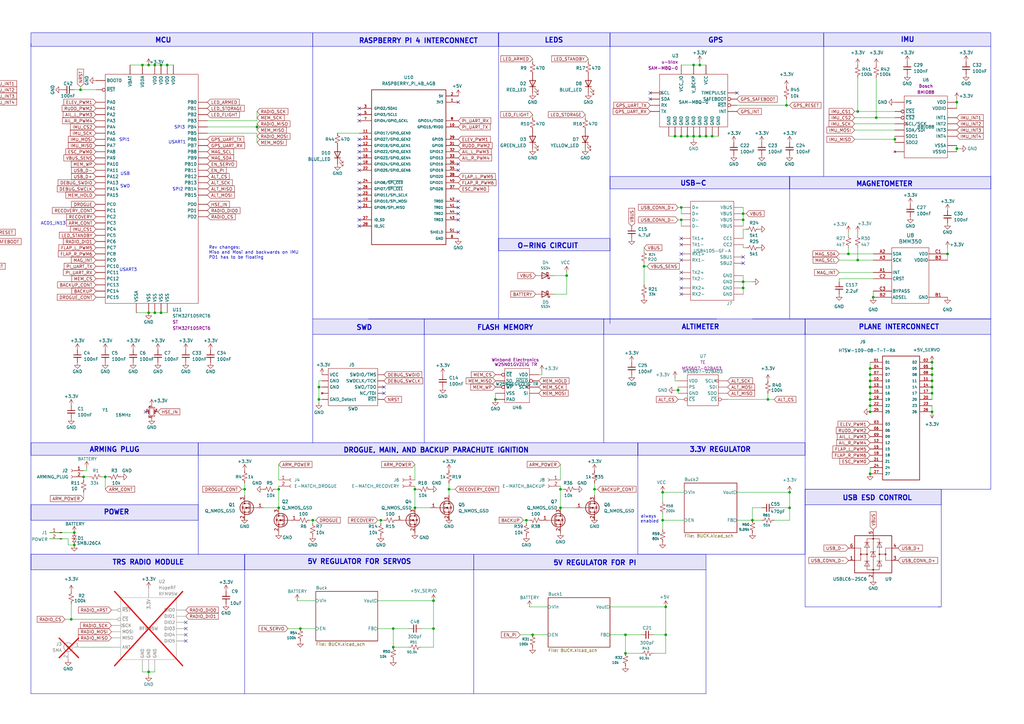
<source format=kicad_sch>
(kicad_sch (version 20250114) (generator "eeschema") (generator_version "9.0")
  (paper "A3")
  (rectangle (start 12.7 207.01) (end 81.28 213.36) (fill (type color) (color 20 0 205 0.11)))
  (rectangle (start 337.82 13.462) (end 406.4 19.05) (fill (type color) (color 20 0 205 0.11)))
  (rectangle (start 204.47 13.462) (end 250.19 19.05) (fill (type color) (color 20 0 205 0.11)))
  (rectangle (start 250.19 72.39) (end 323.85 77.47) (fill (type color) (color 20 0 205 0.11)))
  (rectangle (start 12.7 227.33) (end 100.33 233.68) (fill (type color) (color 20 0 205 0.11)))
  (rectangle (start 194.31 227.33) (end 289.56 233.68) (fill (type color) (color 20 0 205 0.11)))
  (rectangle (start 12.7 13.462) (end 128.27 19.05) (fill (type color) (color 20 0 205 0.11)))
  (rectangle (start 81.28 181.61) (end 261.62 186.69) (fill (type color) (color 20 0 205 0.11)))
  (rectangle (start 250.19 13.462) (end 337.82 19.05) (fill (type color) (color 20 0 205 0.11)))
  (rectangle (start 12.7 181.61) (end 81.28 186.69) (fill (type color) (color 20 0 205 0.11)))
  (rectangle (start 330.2 200.66) (end 386.08 207.01) (fill (type color) (color 20 0 205 0.11)))
  (rectangle (start 330.2 130.81) (end 406.4 137.16) (fill (type color) (color 20 0 205 0.11)))
  (rectangle (start 261.62 181.61) (end 330.2 186.69) (fill (type color) (color 20 0 205 0.11)))
  (rectangle (start 173.99 130.81) (end 247.65 137.16) (fill (type color) (color 20 0 205 0.11)))
  (rectangle (start 128.27 130.81) (end 173.99 137.16) (fill (type color) (color 20 0 205 0.11)))
  (rectangle (start 323.85 72.39) (end 406.4 77.47) (fill (type color) (color 20 0 205 0.11)))
  (rectangle (start 100.33 227.33) (end 194.31 233.68) (fill (type color) (color 20 0 205 0.11)))
  (rectangle (start 247.65 130.81) (end 330.2 137.16) (fill (type color) (color 20 0 205 0.11)))
  (rectangle (start 128.27 13.462) (end 204.47 19.05) (fill (type color) (color 20 0 205 0.11)))
  (rectangle (start 204.47 97.79) (end 250.19 102.87) (fill (type color) (color 20 0 205 0.11)))
  (text "USART1" (at 72.644 58.42 0) (effects (font (size 1.27 1.27))))
  (text "POWER" (at 42.418 211.328 0) (effects (font (size 2 2) (thickness 0.4) (bold yes)) (justify left bottom)))
  (text "TRS RADIO MODULE\n" (at 45.974 231.902 0) (effects (font (size 2 2) (thickness 0.4) (bold yes)) (justify left bottom)))
  (text "USB ESD CONTROL" (at 345.44 205.486 0) (effects (font (size 2 2) (thickness 0.4) (bold yes)) (justify left bottom)))
  (text "Rev changes:\nMiso and Mosi and backwards on IMU\nPD1 has to be floating" (at 85.598 103.632 0) (effects (font (size 1.27 1.27)) (justify left)))
  (text "USART3\n" (at 52.578 110.744 0) (effects (font (size 1.27 1.27))))
  (text "SWD" (at 146.05 135.636 0) (effects (font (size 2 2) (thickness 0.4) (bold yes)) (justify left bottom)))
  (text "MCU" (at 63.5 17.78 0) (effects (font (size 2 2) (thickness 0.4) (bold yes)) (justify left bottom)))
  (text "PLANE INTERCONNECT" (at 352.044 135.382 0) (effects (font (size 2 2) (thickness 0.4) (bold yes)) (justify left bottom)))
  (text "always \nenabled\n" (at 266.446 212.852 0) (effects (font (size 1.27 1.27))))
  (text "ALTIMETER" (at 279.4 135.382 0) (effects (font (size 2 2) (thickness 0.4) (bold yes)) (justify left bottom)))
  (text "5V REGULATOR FOR SERVOS" (at 125.984 231.648 0) (effects (font (size 2 2) (thickness 0.4) (bold yes)) (justify left bottom)))
  (text "SPI2\n" (at 72.898 77.724 0) (effects (font (size 1.27 1.27))))
  (text "SWD\n" (at 51.308 76.454 0) (effects (font (size 1.27 1.27))))
  (text "O-RING CIRCUIT\n" (at 212.09 102.108 0) (effects (font (size 2 2) (thickness 0.4) (bold yes)) (justify left bottom)))
  (text "GPS" (at 290.322 17.78 0) (effects (font (size 2 2) (thickness 0.4) (bold yes)) (justify left bottom)))
  (text "IMU" (at 369.316 17.526 0) (effects (font (size 2 2) (thickness 0.4) (bold yes)) (justify left bottom)))
  (text "MAGNETOMETER" (at 351.028 76.708 0) (effects (font (size 2 2) (thickness 0.4) (bold yes)) (justify left bottom)))
  (text "FLASH MEMORY" (at 195.58 135.636 0) (effects (font (size 2 2) (thickness 0.4) (bold yes)) (justify left bottom)))
  (text "ARMING PLUG" (at 36.576 185.674 0) (effects (font (size 2 2) (thickness 0.4) (bold yes)) (justify left bottom)))
  (text "RASPBERRY PI 4 INTERCONNECT\n" (at 147.066 18.034 0) (effects (font (size 2 2) (thickness 0.4) (bold yes)) (justify left bottom)))
  (text "SPI1\n" (at 51.054 57.404 0) (effects (font (size 1.27 1.27))))
  (text "USB-C" (at 278.892 76.454 0) (effects (font (size 2 2) (thickness 0.4) (bold yes)) (justify left bottom)))
  (text "USB" (at 51.308 71.374 0) (effects (font (size 1.27 1.27))))
  (text "LEDS\n" (at 223.266 17.78 0) (effects (font (size 2 2) (thickness 0.4) (bold yes)) (justify left bottom)))
  (text "DROGUE, MAIN, AND BACKUP PARACHUTE IGNITION" (at 140.716 185.928 0) (effects (font (size 2 2) (thickness 0.4) (bold yes)) (justify left bottom)))
  (text "5V REGULATOR FOR PI" (at 226.822 232.156 0) (effects (font (size 2 2) (thickness 0.4) (bold yes)) (justify left bottom)))
  (text "SPI3\n" (at 73.66 52.324 0) (effects (font (size 1.27 1.27))))
  (text "ACD1_IN13" (at 21.844 91.694 0) (effects (font (size 1.27 1.27))))
  (text "3.3V REGULATOR\n" (at 282.702 185.674 0) (effects (font (size 2 2) (thickness 0.4) (bold yes)) (justify left bottom)))
  (junction (at 34.29 195.58))
  (junction (at 218.44 260.35))
  (junction (at 114.3 200.66))
  (junction (at 43.18 195.58))
  (junction (at 356.87 161.29))
  (junction (at 382.27 156.21))
  (junction (at 271.78 213.36))
  (junction (at 105.41 52.07))
  (junction (at 60.96 275.59))
  (junction (at 256.54 267.97))
  (junction (at 130.81 158.75))
  (junction (at 392.43 60.96))
  (junction (at 281.94 55.88))
  (junction (at 123.19 257.81))
  (junction (at 284.48 55.88))
  (junction (at 356.87 153.67))
  (junction (at 276.86 55.88))
  (junction (at 351.79 45.72))
  (junction (at 382.27 158.75))
  (junction (at 323.85 201.93))
  (junction (at 287.02 26.67))
  (junction (at 356.87 168.91))
  (junction (at 358.14 121.92))
  (junction (at 356.87 163.83))
  (junction (at 100.33 200.66))
  (junction (at 264.16 109.22))
  (junction (at 30.48 218.44))
  (junction (at 60.96 26.67))
  (junction (at 156.21 213.36))
  (junction (at 304.8 118.11))
  (junction (at 382.27 168.91))
  (junction (at 229.87 200.66))
  (junction (at 114.3 208.28))
  (junction (at 170.18 208.28))
  (junction (at 322.58 43.18))
  (junction (at 63.5 26.67))
  (junction (at 161.29 265.43))
  (junction (at 382.27 153.67))
  (junction (at 66.04 128.27))
  (junction (at 347.98 104.14))
  (junction (at 323.85 208.28))
  (junction (at 392.43 41.91))
  (junction (at 308.61 213.36))
  (junction (at 130.81 163.83))
  (junction (at 29.21 254))
  (junction (at 161.29 257.81))
  (junction (at 304.8 115.57))
  (junction (at 66.04 26.67))
  (junction (at 215.9 213.36))
  (junction (at 63.5 128.27))
  (junction (at 284.48 26.67))
  (junction (at 292.1 55.88))
  (junction (at 314.96 163.83))
  (junction (at 356.87 194.31))
  (junction (at 33.02 36.83))
  (junction (at 382.27 151.13))
  (junction (at 304.8 87.63))
  (junction (at 356.87 151.13))
  (junction (at 382.27 148.59))
  (junction (at 289.56 55.88))
  (junction (at 256.54 260.35))
  (junction (at 367.03 57.15))
  (junction (at 356.87 166.37))
  (junction (at 356.87 156.21))
  (junction (at 279.4 55.88))
  (junction (at 279.4 85.09))
  (junction (at 60.96 128.27))
  (junction (at 30.48 223.52))
  (junction (at 170.18 200.66))
  (junction (at 271.78 201.93))
  (junction (at 128.27 213.36))
  (junction (at 388.62 104.14))
  (junction (at 359.41 48.26))
  (junction (at 58.42 26.67))
  (junction (at 184.15 200.66))
  (junction (at 273.05 260.35))
  (junction (at 278.13 160.02))
  (junction (at 177.8 257.81))
  (junction (at 229.87 208.28))
  (junction (at 177.8 246.38))
  (junction (at 287.02 55.88))
  (junction (at 203.2 163.83))
  (junction (at 279.4 90.17))
  (junction (at 304.8 90.17))
  (junction (at 68.58 26.67))
  (junction (at 243.84 200.66))
  (junction (at 351.79 106.68))
  (junction (at 273.05 248.92))
  (junction (at 356.87 158.75))
  (junction (at 232.41 113.03))
  (junction (at 382.27 161.29))
  (no_connect (at 147.32 85.09))
  (no_connect (at 187.96 95.25))
  (no_connect (at 147.32 64.77))
  (no_connect (at 147.32 57.15))
  (no_connect (at 266.7 40.64))
  (no_connect (at 76.2 255.27))
  (no_connect (at 76.2 260.35))
  (no_connect (at 279.4 104.14))
  (no_connect (at 59.69 168.91))
  (no_connect (at 279.4 118.11))
  (no_connect (at 266.7 38.1))
  (no_connect (at 302.26 38.1))
  (no_connect (at 147.32 49.53))
  (no_connect (at 147.32 77.47))
  (no_connect (at 279.4 100.33))
  (no_connect (at 279.4 106.68))
  (no_connect (at 187.96 41.91))
  (no_connect (at 279.4 97.79))
  (no_connect (at 279.4 120.65))
  (no_connect (at 187.96 87.63))
  (no_connect (at 147.32 44.45))
  (no_connect (at 147.32 67.31))
  (no_connect (at 279.4 114.3))
  (no_connect (at 187.96 90.17))
  (no_connect (at 147.32 69.85))
  (no_connect (at 157.48 158.75))
  (no_connect (at 279.4 111.76))
  (no_connect (at 187.96 67.31))
  (no_connect (at 147.32 90.17))
  (no_connect (at 147.32 74.93))
  (no_connect (at 187.96 82.55))
  (no_connect (at 304.8 105.41))
  (no_connect (at 187.96 69.85))
  (no_connect (at 76.2 257.81))
  (no_connect (at 147.32 82.55))
  (no_connect (at 147.32 62.23))
  (no_connect (at 147.32 92.71))
  (no_connect (at 147.32 80.01))
  (no_connect (at 187.96 85.09))
  (no_connect (at 76.2 262.89))
  (no_connect (at 157.48 161.29))
  (no_connect (at 147.32 59.69))
  (no_connect (at 304.8 107.95))
  (no_connect (at 147.32 46.99))
  (wire (pts (xy 66.04 128.27) (xy 68.58 128.27)))
  (wire (pts (xy 278.13 160.02) (xy 278.13 158.75)))
  (wire (pts (xy 392.43 40.64) (xy 392.43 41.91)))
  (wire (pts (xy 323.85 208.28) (xy 323.85 201.93)))
  (wire (pts (xy 278.13 156.21) (xy 276.86 156.21)))
  (wire (pts (xy 392.43 60.96) (xy 392.43 62.23)))
  (wire (pts (xy 215.9 213.36) (xy 214.63 213.36)))
  (wire (pts (xy 367.03 55.88) (xy 367.03 57.15)))
  (wire (pts (xy 347.98 96.52) (xy 347.98 95.25)))
  (wire (pts (xy 359.41 48.26) (xy 350.52 48.26)))
  (wire (pts (xy 63.5 128.27) (xy 66.04 128.27)))
  (wire (pts (xy 60.96 275.59) (xy 60.96 276.86)))
  (wire (pts (xy 356.87 191.77) (xy 356.87 194.31)))
  (wire (pts (xy 245.11 200.66) (xy 243.84 200.66)))
  (wire (pts (xy 34.29 201.93) (xy 34.29 204.47)))
  (wire (pts (xy 367.03 48.26) (xy 359.41 48.26)))
  (wire (pts (xy 130.81 163.83) (xy 132.08 163.83)))
  (wire (pts (xy 43.18 195.58) (xy 43.18 200.66)))
  (wire (pts (xy 34.29 195.58) (xy 36.83 195.58)))
  (wire (pts (xy 304.8 118.11) (xy 304.8 120.65)))
  (wire (pts (xy 304.8 113.03) (xy 304.8 115.57)))
  (wire (pts (xy 43.18 195.58) (xy 44.45 195.58)))
  (wire (pts (xy 220.98 153.67) (xy 222.25 153.67)))
  (wire (pts (xy 58.42 274.32) (xy 58.42 275.59)))
  (wire (pts (xy 382.27 156.21) (xy 382.27 158.75)))
  (wire (pts (xy 356.87 161.29) (xy 356.87 163.83)))
  (wire (pts (xy 289.56 55.88) (xy 292.1 55.88)))
  (wire (pts (xy 279.4 90.17) (xy 279.4 92.71)))
  (wire (pts (xy 250.19 248.92) (xy 273.05 248.92)))
  (wire (pts (xy 107.95 208.28) (xy 114.3 208.28)))
  (wire (pts (xy 35.56 191.77) (xy 35.56 193.04)))
  (wire (pts (xy 344.17 111.76) (xy 358.14 111.76)))
  (wire (pts (xy 240.03 46.99) (xy 240.03 48.26)))
  (wire (pts (xy 161.29 257.81) (xy 161.29 265.43)))
  (wire (pts (xy 63.5 26.67) (xy 66.04 26.67)))
  (wire (pts (xy 356.87 151.13) (xy 356.87 153.67)))
  (wire (pts (xy 30.48 36.83) (xy 33.02 36.83)))
  (wire (pts (xy 100.33 198.12) (xy 100.33 200.66)))
  (wire (pts (xy 218.44 260.35) (xy 224.79 260.35)))
  (wire (pts (xy 170.18 190.5) (xy 170.18 196.85)))
  (wire (pts (xy 304.8 115.57) (xy 308.61 115.57)))
  (polyline (pts (xy 337.82 13.97) (xy 337.82 72.39)))
  (polyline (pts (xy 128.27 137.16) (xy 128.27 181.61)))
  (wire (pts (xy 170.18 200.66) (xy 170.18 208.28)))
  (polyline (pts (xy 261.62 181.61) (xy 261.62 227.33)))
  (wire (pts (xy 85.09 54.61) (xy 105.41 54.61)))
  (wire (pts (xy 121.92 246.38) (xy 129.54 246.38)))
  (wire (pts (xy 304.8 87.63) (xy 306.07 87.63)))
  (wire (pts (xy 113.03 200.66) (xy 114.3 200.66)))
  (polyline (pts (xy 308.61 130.81) (xy 406.4 130.81)))
  (polyline (pts (xy 386.08 200.66) (xy 386.08 248.92)))
  (wire (pts (xy 130.81 158.75) (xy 130.81 156.21)))
  (wire (pts (xy 302.26 43.18) (xy 322.58 43.18)))
  (wire (pts (xy 367.03 57.15) (xy 367.03 58.42)))
  (wire (pts (xy 356.87 153.67) (xy 356.87 156.21)))
  (wire (pts (xy 279.4 85.09) (xy 279.4 87.63)))
  (wire (pts (xy 314.96 163.83) (xy 298.45 163.83)))
  (polyline (pts (xy 384.81 248.92) (xy 386.08 248.92)))
  (polyline (pts (xy 173.99 137.16) (xy 173.99 181.61)))
  (wire (pts (xy 392.43 60.96) (xy 393.7 60.96)))
  (wire (pts (xy 276.86 55.88) (xy 279.4 55.88)))
  (polyline (pts (xy 385.572 248.92) (xy 330.2 248.92)))
  (wire (pts (xy 317.5 208.28) (xy 323.85 208.28)))
  (wire (pts (xy 312.42 208.28) (xy 308.61 208.28)))
  (wire (pts (xy 267.97 267.97) (xy 273.05 267.97)))
  (wire (pts (xy 231.14 200.66) (xy 229.87 200.66)))
  (polyline (pts (xy 81.28 227.33) (xy 81.28 181.61)))
  (wire (pts (xy 184.15 198.12) (xy 184.15 200.66)))
  (wire (pts (xy 154.94 257.81) (xy 161.29 257.81)))
  (wire (pts (xy 278.13 85.09) (xy 279.4 85.09)))
  (polyline (pts (xy 204.47 13.335) (xy 204.47 130.81)))
  (wire (pts (xy 351.79 45.72) (xy 350.52 45.72)))
  (wire (pts (xy 304.8 115.57) (xy 304.8 118.11)))
  (wire (pts (xy 278.13 90.17) (xy 279.4 90.17)))
  (wire (pts (xy 388.62 101.6) (xy 388.62 104.14)))
  (wire (pts (xy 308.61 213.36) (xy 312.42 213.36)))
  (wire (pts (xy 53.34 26.67) (xy 58.42 26.67)))
  (wire (pts (xy 287.02 55.88) (xy 289.56 55.88)))
  (wire (pts (xy 264.16 109.22) (xy 264.16 116.84)))
  (wire (pts (xy 105.41 49.53) (xy 105.41 45.72)))
  (wire (pts (xy 267.97 260.35) (xy 273.05 260.35)))
  (wire (pts (xy 347.98 101.6) (xy 347.98 104.14)))
  (wire (pts (xy 184.15 213.36) (xy 184.15 212.09)))
  (wire (pts (xy 184.15 200.66) (xy 184.15 203.2)))
  (wire (pts (xy 171.45 200.66) (xy 170.18 200.66)))
  (wire (pts (xy 232.41 113.03) (xy 232.41 120.65)))
  (wire (pts (xy 382.27 151.13) (xy 382.27 153.67)))
  (polyline (pts (xy 330.2 207.01) (xy 330.2 248.92)))
  (wire (pts (xy 243.84 198.12) (xy 243.84 200.66)))
  (wire (pts (xy 250.19 260.35) (xy 256.54 260.35)))
  (wire (pts (xy 243.84 200.66) (xy 243.84 203.2)))
  (wire (pts (xy 302.26 213.36) (xy 308.61 213.36)))
  (wire (pts (xy 304.8 87.63) (xy 304.8 90.17)))
  (wire (pts (xy 222.25 153.67) (xy 222.25 152.4)))
  (wire (pts (xy 273.05 267.97) (xy 273.05 260.35)))
  (wire (pts (xy 356.87 156.21) (xy 356.87 158.75)))
  (wire (pts (xy 29.21 247.65) (xy 29.21 254)))
  (wire (pts (xy 382.27 158.75) (xy 382.27 161.29)))
  (wire (pts (xy 308.61 208.28) (xy 308.61 213.36)))
  (wire (pts (xy 265.43 109.22) (xy 264.16 109.22)))
  (wire (pts (xy 344.17 114.3) (xy 358.14 114.3)))
  (wire (pts (xy 264.16 102.87) (xy 264.16 101.6)))
  (wire (pts (xy 29.21 254) (xy 45.72 254)))
  (wire (pts (xy 262.89 260.35) (xy 256.54 260.35)))
  (wire (pts (xy 356.87 158.75) (xy 356.87 161.29)))
  (wire (pts (xy 241.3 24.13) (xy 241.3 25.4)))
  (wire (pts (xy 264.16 107.95) (xy 264.16 109.22)))
  (polyline (pts (xy 100.33 227.33) (xy 100.33 284.48)))
  (wire (pts (xy 287.02 26.67) (xy 289.56 26.67)))
  (polyline (pts (xy 323.85 72.39) (xy 323.85 130.81)))
  (polyline (pts (xy 289.56 233.68) (xy 289.56 284.48)))
  (wire (pts (xy 314.96 161.29) (xy 314.96 163.83)))
  (polyline (pts (xy 194.31 232.41) (xy 194.31 284.48)))
  (wire (pts (xy 217.17 248.92) (xy 224.79 248.92)))
  (wire (pts (xy 215.9 213.36) (xy 215.9 214.63)))
  (wire (pts (xy 27.94 220.98) (xy 20.32 220.98)))
  (wire (pts (xy 392.43 59.69) (xy 392.43 60.96)))
  (polyline (pts (xy 194.31 284.48) (xy 289.56 284.48)))
  (wire (pts (xy 130.81 158.75) (xy 132.08 158.75)))
  (polyline (pts (xy 12.7 284.48) (xy 194.31 284.48)))
  (wire (pts (xy 229.87 200.66) (xy 229.87 208.28)))
  (wire (pts (xy 243.84 213.36) (xy 243.84 212.09)))
  (wire (pts (xy 60.96 26.67) (xy 63.5 26.67)))
  (wire (pts (xy 60.96 275.59) (xy 63.5 275.59)))
  (wire (pts (xy 304.8 93.98) (xy 304.8 97.79)))
  (wire (pts (xy 176.53 208.28) (xy 170.18 208.28)))
  (wire (pts (xy 274.32 55.88) (xy 276.86 55.88)))
  (wire (pts (xy 58.42 275.59) (xy 60.96 275.59)))
  (wire (pts (xy 317.5 163.83) (xy 314.96 163.83)))
  (polyline (pts (xy 406.4 200.66) (xy 330.2 200.66)))
  (wire (pts (xy 105.41 54.61) (xy 105.41 58.42)))
  (polyline (pts (xy 151.13 130.81) (xy 294.005 130.81)))
  (wire (pts (xy 292.1 55.88) (xy 294.64 55.88)))
  (wire (pts (xy 276.86 156.21) (xy 276.86 154.94)))
  (wire (pts (xy 105.41 50.8) (xy 105.41 52.07)))
  (wire (pts (xy 218.44 46.99) (xy 218.44 48.26)))
  (wire (pts (xy 60.96 128.27) (xy 63.5 128.27)))
  (wire (pts (xy 128.27 213.36) (xy 129.54 213.36)))
  (wire (pts (xy 130.81 156.21) (xy 132.08 156.21)))
  (polyline (pts (xy 330.2 175.26) (xy 330.2 227.33)))
  (wire (pts (xy 85.09 52.07) (xy 105.41 52.07)))
  (wire (pts (xy 218.44 24.13) (xy 218.44 25.4)))
  (wire (pts (xy 271.78 201.93) (xy 271.78 205.74)))
  (polyline (pts (xy 247.65 137.16) (xy 247.65 181.61)))
  (polyline (pts (xy 250.19 19.05) (xy 250.19 132.715)))
  (wire (pts (xy 279.4 55.88) (xy 281.94 55.88)))
  (wire (pts (xy 356.87 163.83) (xy 356.87 166.37)))
  (wire (pts (xy 114.3 190.5) (xy 114.3 196.85)))
  (wire (pts (xy 26.67 254) (xy 29.21 254)))
  (wire (pts (xy 27.94 220.98) (xy 27.94 223.52)))
  (wire (pts (xy 382.27 161.29) (xy 382.27 163.83)))
  (wire (pts (xy 304.8 85.09) (xy 304.8 87.63)))
  (wire (pts (xy 170.18 199.39) (xy 170.18 200.66)))
  (wire (pts (xy 367.03 53.34) (xy 350.52 53.34)))
  (wire (pts (xy 347.98 104.14) (xy 358.14 104.14)))
  (wire (pts (xy 284.48 55.88) (xy 287.02 55.88)))
  (wire (pts (xy 172.72 265.43) (xy 177.8 265.43)))
  (wire (pts (xy 367.03 45.72) (xy 351.79 45.72)))
  (wire (pts (xy 351.79 31.75) (xy 351.79 45.72)))
  (wire (pts (xy 161.29 265.43) (xy 167.64 265.43)))
  (wire (pts (xy 114.3 199.39) (xy 114.3 200.66)))
  (wire (pts (xy 227.33 120.65) (xy 232.41 120.65)))
  (wire (pts (xy 154.94 246.38) (xy 177.8 246.38)))
  (wire (pts (xy 156.21 213.36) (xy 156.21 214.63)))
  (wire (pts (xy 359.41 31.75) (xy 359.41 48.26)))
  (polyline (pts (xy 261.62 227.33) (xy 330.2 227.33)))
  (wire (pts (xy 392.43 41.91) (xy 392.43 44.45)))
  (wire (pts (xy 114.3 200.66) (xy 114.3 208.28)))
  (wire (pts (xy 304.8 101.6) (xy 304.8 100.33)))
  (polyline (pts (xy 406.4 137.16) (xy 406.4 200.66)))
  (wire (pts (xy 382.27 153.67) (xy 382.27 156.21)))
  (wire (pts (xy 356.87 148.59) (xy 356.87 151.13)))
  (wire (pts (xy 236.22 208.28) (xy 229.87 208.28)))
  (polyline (pts (xy 330.2 136.525) (xy 330.2 175.26)))
  (wire (pts (xy 281.94 55.88) (xy 284.48 55.88)))
  (polyline (pts (xy 406.4 19.05) (xy 406.4 130.81)))
  (wire (pts (xy 344.17 106.68) (xy 351.79 106.68)))
  (wire (pts (xy 304.8 101.6) (xy 306.07 101.6)))
  (wire (pts (xy 58.42 26.67) (xy 60.96 26.67)))
  (wire (pts (xy 367.03 50.8) (xy 350.52 50.8)))
  (wire (pts (xy 213.36 260.35) (xy 218.44 260.35)))
  (wire (pts (xy 127 213.36) (xy 128.27 213.36)))
  (wire (pts (xy 287.02 26.67) (xy 284.48 26.67)))
  (wire (pts (xy 351.79 101.6) (xy 351.79 106.68)))
  (wire (pts (xy 273.05 260.35) (xy 273.05 248.92)))
  (wire (pts (xy 66.04 26.67) (xy 68.58 26.67)))
  (wire (pts (xy 287.02 26.67) (xy 287.02 25.4)))
  (wire (pts (xy 128.27 213.36) (xy 128.27 214.63)))
  (wire (pts (xy 100.33 213.36) (xy 100.33 212.09)))
  (wire (pts (xy 167.64 257.81) (xy 161.29 257.81)))
  (wire (pts (xy 278.13 160.02) (xy 276.86 160.02)))
  (wire (pts (xy 304.8 90.17) (xy 304.8 92.71)))
  (wire (pts (xy 217.17 213.36) (xy 215.9 213.36)))
  (wire (pts (xy 229.87 199.39) (xy 229.87 200.66)))
  (wire (pts (xy 138.43 54.61) (xy 147.32 54.61)))
  (polyline (pts (xy 12.7 17.78) (xy 12.7 284.48)))
  (wire (pts (xy 60.96 274.32) (xy 60.96 275.59)))
  (wire (pts (xy 68.58 26.67) (xy 71.12 26.67)))
  (wire (pts (xy 317.5 213.36) (xy 323.85 213.36)))
  (wire (pts (xy 256.54 267.97) (xy 262.89 267.97)))
  (wire (pts (xy 351.79 106.68) (xy 358.14 106.68)))
  (wire (pts (xy 34.29 196.85) (xy 34.29 195.58)))
  (wire (pts (xy 322.58 40.64) (xy 322.58 43.18)))
  (wire (pts (xy 382.27 148.59) (xy 382.27 151.13)))
  (wire (pts (xy 154.94 213.36) (xy 156.21 213.36)))
  (wire (pts (xy 279.4 26.67) (xy 284.48 26.67)))
  (wire (pts (xy 344.17 115.57) (xy 344.17 114.3)))
  (wire (pts (xy 278.13 161.29) (xy 278.13 160.02)))
  (wire (pts (xy 172.72 257.81) (xy 177.8 257.81)))
  (wire (pts (xy 186.69 200.66) (xy 184.15 200.66)))
  (wire (pts (xy 304.8 93.98) (xy 306.07 93.98)))
  (wire (pts (xy 256.54 260.35) (xy 256.54 267.97)))
  (wire (pts (xy 271.78 210.82) (xy 271.78 213.36)))
  (wire (pts (xy 284.48 55.88) (xy 284.48 57.15)))
  (wire (pts (xy 156.21 213.36) (xy 157.48 213.36)))
  (wire (pts (xy 41.91 195.58) (xy 43.18 195.58)))
  (wire (pts (xy 100.33 200.66) (xy 100.33 203.2)))
  (wire (pts (xy 323.85 201.93) (xy 302.26 201.93)))
  (wire (pts (xy 271.78 201.93) (xy 280.67 201.93)))
  (wire (pts (xy 351.79 96.52) (xy 351.79 95.25)))
  (wire (pts (xy 232.41 111.76) (xy 232.41 113.03)))
  (wire (pts (xy 203.2 163.83) (xy 203.2 161.29)))
  (wire (pts (xy 33.02 265.43) (xy 45.72 265.43)))
  (wire (pts (xy 271.78 213.36) (xy 271.78 217.17)))
  (wire (pts (xy 350.52 57.15) (xy 367.03 57.15)))
  (wire (pts (xy 388.62 104.14) (xy 388.62 106.68)))
  (wire (pts (xy 344.17 104.14) (xy 347.98 104.14)))
  (wire (pts (xy 105.41 52.07) (xy 105.41 53.34)))
  (wire (pts (xy 63.5 275.59) (xy 63.5 274.32)))
  (wire (pts (xy 323.85 213.36) (xy 323.85 208.28)))
  (wire (pts (xy 118.11 257.81) (xy 123.19 257.81)))
  (wire (pts (xy 177.8 265.43) (xy 177.8 257.81)))
  (wire (pts (xy 280.67 213.36) (xy 271.78 213.36)))
  (wire (pts (xy 358.14 119.38) (xy 358.14 121.92)))
  (wire (pts (xy 55.88 128.27) (xy 60.96 128.27)))
  (wire (pts (xy 227.33 113.03) (xy 232.41 113.03)))
  (wire (pts (xy 27.94 223.52) (xy 30.48 223.52)))
  (wire (pts (xy 35.56 193.04) (xy 34.29 193.04)))
  (wire (pts (xy 356.87 166.37) (xy 356.87 168.91)))
  (wire (pts (xy 85.09 49.53) (xy 105.41 49.53)))
  (wire (pts (xy 382.27 168.91) (xy 382.27 166.37)))
  (wire (pts (xy 33.02 36.83) (xy 39.37 36.83)))
  (wire (pts (xy 130.81 163.83) (xy 130.81 165.1)))
  (wire (pts (xy 123.19 257.81) (xy 129.54 257.81)))
  (wire (pts (xy 33.02 35.56) (xy 33.02 36.83)))
  (wire (pts (xy 20.32 218.44) (xy 30.48 218.44)))
  (wire (pts (xy 177.8 257.81) (xy 177.8 246.38)))
  (wire (pts (xy 323.85 43.18) (xy 322.58 43.18)))
  (wire (pts (xy 99.06 200.66) (xy 100.33 200.66)))
  (wire (pts (xy 229.87 190.5) (xy 229.87 196.85)))
  (wire (pts (xy 130.81 163.83) (xy 130.81 158.75)))
  (polyline (pts (xy 128.27 130.81) (xy 128.27 19.05)))
  (global_label "PI_UART_RX" (shape input) (at 39.37 111.76 180) (property "Intersheetrefs" "${INTERSHEET_REFS}" (effects (hide yes))))
  (global_label "MEM_CS" (shape input) (at 203.2 153.67 180) (property "Intersheetrefs" "${INTERSHEET_REFS}" (effects (hide yes))))
  (global_label "USB_CONN_D-" (shape input) (at 278.13 90.17 180) (property "Intersheetrefs" "${INTERSHEET_REFS}" (effects (hide yes))))
  (global_label "GPS_SAFEBOOT" (shape input) (at 302.26 40.64 0) (property "Intersheetrefs" "${INTERSHEET_REFS}" (effects (hide yes))))
  (global_label "IMU_INT1" (shape input) (at -4.064 34.29 0) (property "Intersheetrefs" "${INTERSHEET_REFS}" (effects (hide yes))))
  (global_label "LED_ARMED" (shape input) (at 85.09 41.91 0) (property "Intersheetrefs" "${INTERSHEET_REFS}" (effects (hide yes))))
  (global_label "RADIO_MOSI" (shape input) (at 45.72 259.08 180) (property "Intersheetrefs" "${INTERSHEET_REFS}" (effects (hide yes))))
  (global_label "MEM_CS" (shape input) (at 39.37 114.3 180) (property "Intersheetrefs" "${INTERSHEET_REFS}" (effects (hide yes))))
  (global_label "RADIO_MOSI" (shape input) (at 105.41 55.88 0) (property "Intersheetrefs" "${INTERSHEET_REFS}" (effects (hide yes))))
  (global_label "ALT_MISO" (shape input) (at 298.45 161.29 0) (property "Intersheetrefs" "${INTERSHEET_REFS}" (effects (hide yes))))
  (global_label "FLAP_L_PWM5" (shape input) (at 187.96 72.39 0) (property "Intersheetrefs" "${INTERSHEET_REFS}" (effects (hide yes))))
  (global_label "MAG_SCL" (shape input) (at 344.17 106.68 180) (property "Intersheetrefs" "${INTERSHEET_REFS}" (effects (hide yes))))
  (global_label "ALT_CS" (shape input) (at 85.09 72.39 0) (property "Intersheetrefs" "${INTERSHEET_REFS}" (effects (hide yes))))
  (global_label "RECOVERY_CONT" (shape input) (at 186.69 200.66 0) (property "Intersheetrefs" "${INTERSHEET_REFS}" (effects (hide yes))))
  (global_label "GPS_SAFEBOOT" (shape input) (at -7.874 99.06 0) (property "Intersheetrefs" "${INTERSHEET_REFS}" (effects (hide yes))))
  (global_label "RECOVERY" (shape input) (at 154.94 213.36 180) (property "Intersheetrefs" "${INTERSHEET_REFS}" (effects (hide yes))))
  (global_label "MAG_SDA" (shape input) (at 85.09 64.77 0) (property "Intersheetrefs" "${INTERSHEET_REFS}" (effects (hide yes))))
  (global_label "IMU_INT2" (shape input) (at 392.43 50.8 0) (property "Intersheetrefs" "${INTERSHEET_REFS}" (effects (hide yes))))
  (global_label "BACKUP_CONT" (shape input) (at 39.37 116.84 180) (property "Intersheetrefs" "${INTERSHEET_REFS}" (effects (hide yes))))
  (global_label "ALT_CS" (shape input) (at 317.5 163.83 0) (property "Intersheetrefs" "${INTERSHEET_REFS}" (effects (hide yes))))
  (global_label "IMU_INT4" (shape input) (at -4.064 41.91 0) (property "Intersheetrefs" "${INTERSHEET_REFS}" (effects (hide yes))))
  (global_label "ARM_POWER" (shape input) (at 170.18 190.5 180) (property "Intersheetrefs" "${INTERSHEET_REFS}" (effects (hide yes))))
  (global_label "ARM_CONT" (shape input) (at 39.37 91.44 180) (property "Intersheetrefs" "${INTERSHEET_REFS}" (effects (hide yes))))
  (global_label "FLAP_R_PWM6" (shape input) (at 187.96 74.93 0) (property "Intersheetrefs" "${INTERSHEET_REFS}" (effects (hide yes))))
  (global_label "IMU_INT4" (shape input) (at 392.43 55.88 0) (property "Intersheetrefs" "${INTERSHEET_REFS}" (effects (hide yes))))
  (global_label "DEBUG_SWCLK" (shape input) (at 157.48 156.21 0) (property "Intersheetrefs" "${INTERSHEET_REFS}" (effects (hide yes))))
  (global_label "RUDD_PWM2" (shape input) (at 356.87 176.53 180) (property "Intersheetrefs" "${INTERSHEET_REFS}" (effects (hide yes))))
  (global_label "BACKUP_CONT" (shape input) (at 245.11 200.66 0) (property "Intersheetrefs" "${INTERSHEET_REFS}" (effects (hide yes))))
  (global_label "VBUS" (shape input) (at 219.71 113.03 180) (property "Intersheetrefs" "${INTERSHEET_REFS}" (effects (hide yes))))
  (global_label "LED_STORAGE" (shape input) (at 240.03 46.99 180) (property "Intersheetrefs" "${INTERSHEET_REFS}" (effects (hide yes))))
  (global_label "IMU_CS1" (shape input) (at 350.52 45.72 180) (property "Intersheetrefs" "${INTERSHEET_REFS}" (effects (hide yes))))
  (global_label "ESC_PWM0" (shape input) (at 187.96 77.47 0) (property "Intersheetrefs" "${INTERSHEET_REFS}" (effects (hide yes))))
  (global_label "BATTERY" (shape input) (at 219.71 120.65 180) (property "Intersheetrefs" "${INTERSHEET_REFS}" (effects (hide yes))))
  (global_label "FLAP_L_PWM5" (shape input) (at 356.87 184.15 180) (property "Intersheetrefs" "${INTERSHEET_REFS}" (effects (hide yes))))
  (global_label "MEM_SCK" (shape input) (at 220.98 158.75 0) (property "Intersheetrefs" "${INTERSHEET_REFS}" (effects (hide yes))))
  (global_label "RADIO_MISO" (shape input) (at 105.41 50.8 0) (property "Intersheetrefs" "${INTERSHEET_REFS}" (effects (hide yes))))
  (global_label "GPS_INT" (shape input) (at -7.874 109.22 0) (property "Intersheetrefs" "${INTERSHEET_REFS}" (effects (hide yes))))
  (global_label "LED_FLIGHT" (shape input) (at 218.44 46.99 180) (property "Intersheetrefs" "${INTERSHEET_REFS}" (effects (hide yes))))
  (global_label "RADIO_DIO0" (shape input) (at 85.09 86.36 0) (property "Intersheetrefs" "${INTERSHEET_REFS}" (effects (hide yes))))
  (global_label "LED_FLIGHT" (shape input) (at 85.09 46.99 0) (property "Intersheetrefs" "${INTERSHEET_REFS}" (effects (hide yes))))
  (global_label "RUDD_PWM2" (shape input) (at 39.37 44.45 180) (property "Intersheetrefs" "${INTERSHEET_REFS}" (effects (hide yes))))
  (global_label "MEM_SCK" (shape input) (at 105.41 48.26 0) (property "Intersheetrefs" "${INTERSHEET_REFS}" (effects (hide yes))))
  (global_label "GPS_INT" (shape input) (at 302.26 45.72 0) (property "Intersheetrefs" "${INTERSHEET_REFS}" (effects (hide yes))))
  (global_label "MEM_MISO" (shape input) (at 203.2 156.21 180) (property "Intersheetrefs" "${INTERSHEET_REFS}" (effects (hide yes))))
  (global_label "USB_CONN_D+" (shape input) (at 368.3 229.87 0) (property "Intersheetrefs" "${INTERSHEET_REFS}" (effects (hide yes))))
  (global_label "MEM_MOSI" (shape input) (at 220.98 161.29 0) (property "Intersheetrefs" "${INTERSHEET_REFS}" (effects (hide yes))))
  (global_label "GPS_RESET" (shape input) (at -6.604 95.25 0) (property "Intersheetrefs" "${INTERSHEET_REFS}" (effects (hide yes))))
  (global_label "FLAP_R_PWM6" (shape input) (at 39.37 104.14 180) (property "Intersheetrefs" "${INTERSHEET_REFS}" (effects (hide yes))))
  (global_label "EN_SERVO" (shape input) (at 118.11 257.81 180) (property "Intersheetrefs" "${INTERSHEET_REFS}" (effects (hide yes))))
  (global_label "AIL_L_PWM3" (shape input) (at 356.87 179.07 180) (property "Intersheetrefs" "${INTERSHEET_REFS}" (effects (hide yes))))
  (global_label "VBUS" (shape input) (at 259.08 92.71 90) (property "Intersheetrefs" "${INTERSHEET_REFS}" (effects (hide yes))))
  (global_label "MAG_SCL" (shape input) (at 85.09 62.23 0) (property "Intersheetrefs" "${INTERSHEET_REFS}" (effects (hide yes))))
  (global_label "GPS_UART_TX" (shape input) (at 266.7 43.18 180) (property "Intersheetrefs" "${INTERSHEET_REFS}" (effects (hide yes))))
  (global_label "VBUS" (shape input) (at 358.14 217.17 90) (property "Intersheetrefs" "${INTERSHEET_REFS}" (effects (hide yes))))
  (global_label "IMU_MISO" (shape input) (at 39.37 59.69 180) (property "Intersheetrefs" "${INTERSHEET_REFS}" (effects (hide yes))))
  (global_label "EN_PI" (shape input) (at 213.36 260.35 180) (property "Intersheetrefs" "${INTERSHEET_REFS}" (effects (hide yes))))
  (global_label "AIL_L_PWM3" (shape input) (at 39.37 46.99 180) (property "Intersheetrefs" "${INTERSHEET_REFS}" (effects (hide yes))))
  (global_label "PI_UART_TX" (shape input) (at 187.96 52.07 0) (property "Intersheetrefs" "${INTERSHEET_REFS}" (effects (hide yes))))
  (global_label "ALT_CS" (shape input) (at 278.13 163.83 180) (property "Intersheetrefs" "${INTERSHEET_REFS}" (effects (hide yes))))
  (global_label "ELEV_PWM1" (shape input) (at 356.87 173.99 180) (property "Intersheetrefs" "${INTERSHEET_REFS}" (effects (hide yes))))
  (global_label "MEM_WP" (shape input) (at 203.2 158.75 180) (property "Intersheetrefs" "${INTERSHEET_REFS}" (effects (hide yes))))
  (global_label "DROGUE_CONT" (shape input) (at 39.37 121.92 180) (property "Intersheetrefs" "${INTERSHEET_REFS}" (effects (hide yes))))
  (global_label "ALT_MISO" (shape input) (at 85.09 77.47 0) (property "Intersheetrefs" "${INTERSHEET_REFS}" (effects (hide yes))))
  (global_label "LED_STANDBY" (shape input) (at 241.3 24.13 180) (property "Intersheetrefs" "${INTERSHEET_REFS}" (effects (hide yes))))
  (global_label "IMU_SCK" (shape input) (at 39.37 54.61 180) (property "Intersheetrefs" "${INTERSHEET_REFS}" (effects (hide yes))))
  (global_label "RADIO_DIO1" (shape input) (at 76.2 252.73 0) (property "Intersheetrefs" "${INTERSHEET_REFS}" (effects (hide yes))))
  (global_label "GPS_UART_TX" (shape input) (at 85.09 57.15 0) (property "Intersheetrefs" "${INTERSHEET_REFS}" (effects (hide yes))))
  (global_label "ARM_POWER" (shape input) (at 34.29 204.47 180) (property "Intersheetrefs" "${INTERSHEET_REFS}" (effects (hide yes))))
  (global_label "IMU_INT3" (shape input) (at 392.43 53.34 0) (property "Intersheetrefs" "${INTERSHEET_REFS}" (effects (hide yes))))
  (global_label "EN_PI" (shape input) (at 85.09 69.85 0) (property "Intersheetrefs" "${INTERSHEET_REFS}" (effects (hide yes))))
  (global_label "RADIO_SCK" (shape input) (at 105.41 45.72 0) (property "Intersheetrefs" "${INTERSHEET_REFS}" (effects (hide yes))))
  (global_label "ELEV_PWM1" (shape input) (at 187.96 57.15 0) (property "Intersheetrefs" "${INTERSHEET_REFS}" (effects (hide yes))))
  (global_label "GPS_UART_RX" (shape input) (at 266.7 45.72 180) (property "Intersheetrefs" "${INTERSHEET_REFS}" (effects (hide yes))))
  (global_label "NRST" (shape input) (at 157.48 163.83 0) (property "Intersheetrefs" "${INTERSHEET_REFS}" (effects (hide yes))))
  (global_label "USB_D+" (shape input) (at 368.3 224.79 0) (property "Intersheetrefs" "${INTERSHEET_REFS}" (effects (hide yes))))
  (global_label "IMU_INT2" (shape input) (at -4.064 36.83 0) (property "Intersheetrefs" "${INTERSHEET_REFS}" (effects (hide yes))))
  (global_label "RECOVERY_CONT" (shape input) (at 39.37 86.36 180) (property "Intersheetrefs" "${INTERSHEET_REFS}" (effects (hide yes))))
  (global_label "GPS_UART_RX" (shape input) (at 85.09 59.69 0) (property "Intersheetrefs" "${INTERSHEET_REFS}" (effects (hide yes))))
  (global_label "NRST" (shape input) (at 33.02 35.56 90) (property "Intersheetrefs" "${INTERSHEET_REFS}" (effects (hide yes))))
  (global_label "LED_ARMED" (shape input) (at 218.44 24.13 180) (property "Intersheetrefs" "${INTERSHEET_REFS}" (effects (hide yes))))
  (global_label "LED_STANDBY" (shape input) (at 39.37 96.52 180) (property "Intersheetrefs" "${INTERSHEET_REFS}" (effects (hide yes))))
  (global_label "MEM_WP" (shape input) (at 39.37 67.31 180) (property "Intersheetrefs" "${INTERSHEET_REFS}" (effects (hide yes))))
  (global_label "AIL_R_PWM4" (shape input) (at 187.96 64.77 0) (property "Intersheetrefs" "${INTERSHEET_REFS}" (effects (hide yes))))
  (global_label "MEM_HOLD" (shape input) (at 39.37 80.01 180) (property "Intersheetrefs" "${INTERSHEET_REFS}" (effects (hide yes))))
  (global_label "ALT_MOSI" (shape input) (at 85.09 80.01 0) (property "Intersheetrefs" "${INTERSHEET_REFS}" (effects (hide yes))))
  (global_label "HSE_IN" (shape input) (at 64.77 168.91 0) (property "Intersheetrefs" "${INTERSHEET_REFS}" (effects (hide yes))))
  (global_label "ALT_MOSI" (shape input) (at 298.45 158.75 0) (property "Intersheetrefs" "${INTERSHEET_REFS}" (effects (hide yes))))
  (global_label "ARM_CONT" (shape input) (at 43.18 200.66 0) (property "Intersheetrefs" "${INTERSHEET_REFS}" (effects (hide yes))))
  (global_label "IMU_MOSI" (shape input) (at 350.52 53.34 180) (property "Intersheetrefs" "${INTERSHEET_REFS}" (effects (hide yes))))
  (global_label "IMU_CS1" (shape input) (at 39.37 93.98 180) (property "Intersheetrefs" "${INTERSHEET_REFS}" (effects (hide yes))))
  (global_label "FLAP_R_PWM6" (shape input) (at 356.87 186.69 180) (property "Intersheetrefs" "${INTERSHEET_REFS}" (effects (hide yes))))
  (global_label "BACKUP" (shape input) (at 39.37 119.38 180) (property "Intersheetrefs" "${INTERSHEET_REFS}" (effects (hide yes))))
  (global_label "RECOVERY" (shape input) (at 39.37 88.9 180) (property "Intersheetrefs" "${INTERSHEET_REFS}" (effects (hide yes))))
  (global_label "DROGUE" (shape input) (at 129.54 213.36 0) (property "Intersheetrefs" "${INTERSHEET_REFS}" (effects (hide yes))))
  (global_label "RADIO_DIO0" (shape input) (at 76.2 250.19 0) (property "Intersheetrefs" "${INTERSHEET_REFS}" (effects (hide yes))))
  (global_label "IMU_MOSI" (shape input) (at 39.37 57.15 180) (property "Intersheetrefs" "${INTERSHEET_REFS}" (effects (hide yes))))
  (global_label "VBUS" (shape input) (at 306.07 87.63 0) (property "Intersheetrefs" "${INTERSHEET_REFS}" (effects (hide yes))))
  (global_label "PI_UART_TX" (shape input) (at 39.37 109.22 180) (property "Intersheetrefs" "${INTERSHEET_REFS}" (effects (hide yes))))
  (global_label "DEBUG_SWDIO" (shape input) (at 157.48 153.67 0) (property "Intersheetrefs" "${INTERSHEET_REFS}" (effects (hide yes))))
  (global_label "LED_STORAGE" (shape input) (at 85.09 44.45 0) (property "Intersheetrefs" "${INTERSHEET_REFS}" (effects (hide yes))))
  (global_label "AIL_R_PWM4" (shape input) (at 356.87 181.61 180) (property "Intersheetrefs" "${INTERSHEET_REFS}" (effects (hide yes))))
  (global_label "VBUS_SENS" (shape input) (at 39.37 64.77 180) (property "Intersheetrefs" "${INTERSHEET_REFS}" (effects (hide yes))))
  (global_label "USB_D-" (shape input) (at 347.98 224.79 180) (property "Intersheetrefs" "${INTERSHEET_REFS}" (effects (hide yes))))
  (global_label "MAG_SDA" (shape input) (at 344.17 104.14 180) (property "Intersheetrefs" "${INTERSHEET_REFS}" (effects (hide yes))))
  (global_label "ESC_PWM0" (shape input) (at 356.87 189.23 180) (property "Intersheetrefs" "${INTERSHEET_REFS}" (effects (hide yes))))
  (global_label "BACKUP" (shape input) (at 214.63 213.36 180) (property "Intersheetrefs" "${INTERSHEET_REFS}" (effects (hide yes))))
  (global_label "ARM_POWER" (shape input) (at 229.87 190.5 180) (property "Intersheetrefs" "${INTERSHEET_REFS}" (effects (hide yes))))
  (global_label "USB_CONN_D-" (shape input) (at 347.98 229.87 180) (property "Intersheetrefs" "${INTERSHEET_REFS}" (effects (hide yes))))
  (global_label "AIL_L_PWM3" (shape input) (at 187.96 62.23 0) (property "Intersheetrefs" "${INTERSHEET_REFS}" (effects (hide yes))))
  (global_label "MAG_INT" (shape input) (at 39.37 106.68 180) (property "Intersheetrefs" "${INTERSHEET_REFS}" (effects (hide yes))))
  (global_label "RADIO_DIO1" (shape input) (at 39.37 99.06 180) (property "Intersheetrefs" "${INTERSHEET_REFS}" (effects (hide yes))))
  (global_label "DROGUE" (shape input) (at 39.37 83.82 180) (property "Intersheetrefs" "${INTERSHEET_REFS}" (effects (hide yes))))
  (global_label "RADIO_MISO" (shape input) (at 45.72 261.62 180) (property "Intersheetrefs" "${INTERSHEET_REFS}" (effects (hide yes))))
  (global_label "HSE_IN" (shape input) (at 85.09 83.82 0) (property "Intersheetrefs" "${INTERSHEET_REFS}" (effects (hide yes))))
  (global_label "USB_D-" (shape input) (at 39.37 69.85 180) (property "Intersheetrefs" "${INTERSHEET_REFS}" (effects (hide yes))))
  (global_label "DROGUE_CONT" (shape input) (at 99.06 200.66 180) (property "Intersheetrefs" "${INTERSHEET_REFS}" (effects (hide yes))))
  (global_label "RUDD_PWM2" (shape input) (at 187.96 59.69 0) (property "Intersheetrefs" "${INTERSHEET_REFS}" (effects (hide yes))))
  (global_label "IMU_CS2" (shape input) (at 39.37 52.07 180) (property "Intersheetrefs" "${INTERSHEET_REFS}" (effects (hide yes))))
  (global_label "VBUS" (shape input) (at 264.16 101.6 0) (property "Intersheetrefs" "${INTERSHEET_REFS}" (effects (hide yes))))
  (global_label "RADIO_CS" (shape input) (at 26.67 254 180) (property "Intersheetrefs" "${INTERSHEET_REFS}" (effects (hide yes))))
  (global_label "PI_UART_RX" (shape input) (at 187.96 49.53 0) (property "Intersheetrefs" "${INTERSHEET_REFS}" (effects (hide yes))))
  (global_label "USB_D+" (shape input) (at 39.37 72.39 180) (property "Intersheetrefs" "${INTERSHEET_REFS}" (effects (hide yes))))
  (global_label "IMU_INT1" (shape input) (at 392.43 48.26 0) (property "Intersheetrefs" "${INTERSHEET_REFS}" (effects (hide yes))))
  (global_label "ALT_SCK" (shape input) (at 298.45 156.21 0) (property "Intersheetrefs" "${INTERSHEET_REFS}" (effects (hide yes))))
  (global_label "MAG_INT" (shape input) (at 344.17 111.76 180) (property "Intersheetrefs" "${INTERSHEET_REFS}" (effects (hide yes))))
  (global_label "MEM_MOSI" (shape input) (at 105.41 58.42 0) (property "Intersheetrefs" "${INTERSHEET_REFS}" (effects (hide yes))))
  (global_label "MEM_MISO" (shape input) (at 105.41 53.34 0) (property "Intersheetrefs" "${INTERSHEET_REFS}" (effects (hide yes))))
  (global_label "ARM_POWER" (shape input) (at 114.3 190.5 0) (property "Intersheetrefs" "${INTERSHEET_REFS}" (effects (hide yes))))
  (global_label "EN_SERVO" (shape input) (at 85.09 67.31 0) (property "Intersheetrefs" "${INTERSHEET_REFS}" (effects (hide yes))))
  (global_label "GPS_RESET" (shape input) (at 323.85 43.18 0) (property "Intersheetrefs" "${INTERSHEET_REFS}" (effects (hide yes))))
  (global_label "IMU_SCK" (shape input) (at 350.52 50.8 180) (property "Intersheetrefs" "${INTERSHEET_REFS}" (effects (hide yes))))
  (global_label "DEBUG_SWCLK" (shape input) (at 39.37 77.47 180) (property "Intersheetrefs" "${INTERSHEET_REFS}" (effects (hide yes))))
  (global_label "RADIO_CS" (shape input) (at 85.09 88.9 0) (property "Intersheetrefs" "${INTERSHEET_REFS}" (effects (hide yes))))
  (global_label "ALT_SCK" (shape input) (at 85.09 74.93 0) (property "Intersheetrefs" "${INTERSHEET_REFS}" (effects (hide yes))))
  (global_label "MEM_HOLD" (shape input) (at 220.98 156.21 0) (property "Intersheetrefs" "${INTERSHEET_REFS}" (effects (hide yes))))
  (global_label "AIL_R_PWM4" (shape input) (at 39.37 49.53 180) (property "Intersheetrefs" "${INTERSHEET_REFS}" (effects (hide yes))))
  (global_label "RADIO_SCK" (shape input) (at 45.72 256.54 180) (property "Intersheetrefs" "${INTERSHEET_REFS}" (effects (hide yes))))
  (global_label "VBUS_SENS" (shape input) (at 265.43 109.22 0) (property "Intersheetrefs" "${INTERSHEET_REFS}" (effects (hide yes))))
  (global_label "IMU_CS2" (shape input) (at 350.52 48.26 180) (property "Intersheetrefs" "${INTERSHEET_REFS}" (effects (hide yes))))
  (global_label "ESC_PWM0" (shape input) (at 39.37 62.23 180) (property "Intersheetrefs" "${INTERSHEET_REFS}" (effects (hide yes))))
  (global_label "USB_CONN_D+" (shape input) (at 278.13 85.09 180) (property "Intersheetrefs" "${INTERSHEET_REFS}" (effects (hide yes))))
  (global_label "DEBUG_SWDIO" (shape input) (at 39.37 74.93 180) (property "Intersheetrefs" "${INTERSHEET_REFS}" (effects (hide yes))))
  (global_label "ELEV_PWM1" (shape input) (at 39.37 41.91 180) (property "Intersheetrefs" "${INTERSHEET_REFS}" (effects (hide yes))))
  (global_label "FLAP_L_PWM5" (shape input) (at 39.37 101.6 180) (property "Intersheetrefs" "${INTERSHEET_REFS}" (effects (hide yes))))
  (global_label "IMU_MISO" (shape input) (at 350.52 57.15 180) (property "Intersheetrefs" "${INTERSHEET_REFS}" (effects (hide yes))))
  (global_label "RADIO_nRST" (shape input) (at 45.72 250.19 180) (property "Intersheetrefs" "${INTERSHEET_REFS}" (effects (hide yes))))
  (global_label "IMU_INT3" (shape input) (at -4.064 39.37 0) (property "Intersheetrefs" "${INTERSHEET_REFS}" (effects (hide yes))))
  (symbol (lib_id "Device:LED") (at 218.44 34.29 90) (unit 1)
    (property "Reference" "D2" (at 215.9 34.29 90) (effects (justify left)))
    (property "Value" "RED_LED" (at 215.9 36.83 90) (effects (justify left)))
    (property "Footprint" "Diode_SMD:D_0603_1608Metric" (effects (hide yes)))
    (property "Manufacturer" "Generic" (effects (hide yes)))
    (property "Part #" "Generic Green LED" (effects (hide yes)))
  )
  (symbol (lib_id "Device:R_Small_US") (at 218.44 50.8 0) (unit 1)
    (property "Reference" "R10" (at 213.36 50.8 0) (effects (justify left)))
    (property "Value" "470" (at 219.71 50.8 0) (effects (justify left)))
    (property "Footprint" "Resistor_SMD:R_0603_1608Metric" (effects (hide yes)))
    (property "Description" "Resistor, small US symbol" (effects (hide yes)))
    (property "Manufacturer" "Generic" (effects (hide yes)))
    (property "Part #" "Generic 0603 470 1% Resistor" (effects (hide yes)))
  )
  (symbol (lib_id "Device:R_Small_US") (at 308.61 101.6 270) (unit 1)
    (property "Reference" "R25" (at 307.34 99.06 90) (effects (justify left)))
    (property "Value" "5k1" (at 307.34 104.14 90) (effects (justify left)))
    (property "Footprint" "Resistor_SMD:R_0603_1608Metric" (effects (hide yes)))
    (property "Description" "Resistor, small US symbol" (effects (hide yes)))
    (property "Manufacturer" "Generic" (effects (hide yes)))
    (property "Part #" "Generic 0603 5.1k 1% Resistor" (effects (hide yes)))
  )
  (symbol (lib_id "power:GND") (at 170.18 218.44 0) (unit 1)
    (property "Reference" "#PWR049" (effects (hide yes)))
    (property "Value" "GND" (at 173.99 220.472 0))
  )
  (symbol (lib_id "Device:C_Small") (at 373.38 86.36 0) (unit 1)
    (property "Reference" "C27" (at 375.92 85.0963 0) (effects (justify left)))
    (property "Value" "100nF" (at 375.92 87.6363 0) (effects (justify left)))
    (property "Footprint" "Capacitor_SMD:C_0402_1005Metric" (effects (hide yes)))
    (property "Part #" "Generic CAP CER 0.1UF 6.3V X7R 0402" (effects (hide yes)))
    (property "Manufacturer" "Generic" (effects (hide yes)))
  )
  (symbol (lib_id "UCIRP-KiCAD-Lib:SST25VF016B") (at 212.09 157.48 0) (unit 1)
    (property "Reference" "U46" (at 212.09 167.132 0))
    (property "Value" "W25N01GVZEIG TR" (at 212.09 157.48 0))
    (property "Footprint" "Package_SON:WSON-8-1EP_8x6mm_P1.27mm_EP3.4x4.3mm" (effects (hide yes)))
    (property "Datasheet" "https://www.winbond.com/resource-files/w25n01gv%20revl%20050918%20unsecured.pdf" (effects (hide yes)))
    (property "Manufacturer" "Winbond Electronics" (at 211.328 147.574 0))
    (property "Part #" "W25N01GVZEIG TR" (at 211.582 149.479 0))
  )
  (symbol (lib_id "power:+3.3V") (at 259.08 148.59 0) (unit 1)
    (property "Reference" "#PWR092" (effects (hide yes)))
    (property "Value" "+3.3V" (at 259.08 144.78 0))
  )
  (symbol (lib_id "power:GND") (at 100.33 212.09 0) (unit 1)
    (property "Reference" "#PWR024" (effects (hide yes)))
    (property "Value" "GND" (at 100.33 215.9 0))
  )
  (symbol (lib_id "power:GND") (at 388.62 91.44 0) (unit 1)
    (property "Reference" "#PWR095" (effects (hide yes)))
    (property "Value" "GND" (at 388.62 95.25 0))
  )
  (symbol (lib_name "+3.3V_6") (lib_id "power:+3.3V") (at 271.78 201.93 0) (unit 1)
    (property "Reference" "#PWR0148" (effects (hide yes)))
    (property "Value" "VCC" (at 271.272 197.866 0))
    (property "Description" "Power symbol creates a global label with name \"+3.3V\"" (effects (hide yes)))
  )
  (symbol (lib_id "power:GND") (at 358.14 237.49 0) (unit 1)
    (property "Reference" "#PWR0120" (effects (hide yes)))
    (property "Value" "GND" (at 358.14 241.3 0))
  )
  (symbol (lib_id "power:GND") (at 308.61 115.57 90) (unit 1)
    (property "Reference" "#PWR083" (effects (hide yes)))
    (property "Value" "GND" (effects (hide yes)))
  )
  (symbol (lib_id "Device:R_Small_US") (at 100.33 195.58 0) (unit 1)
    (property "Reference" "R4" (at 96.52 195.58 0) (effects (justify left)))
    (property "Value" "1k" (at 101.6 195.58 0) (effects (justify left)))
    (property "Footprint" "Resistor_SMD:R_0603_1608Metric" (effects (hide yes)))
    (property "Description" "Resistor, small US symbol" (effects (hide yes)))
    (property "Manufacturer" "Generic" (effects (hide yes)))
    (property "Part #" "Generic 0603 1k 1% Resistor" (effects (hide yes)))
  )
  (symbol (lib_id "Device:Q_NMOS_GSD") (at 181.61 208.28 0) (unit 1)
    (property "Reference" "Q5" (at 187.96 207.01 0) (effects (justify left)))
    (property "Value" "Q_NMOS_GSD" (at 187.96 209.55 0) (effects (justify left)))
    (property "Footprint" "Package_TO_SOT_SMD:TSOT-23" (effects (hide yes)))
    (property "Datasheet" "https://www.lcsc.com/datasheet/C148350.pdf" (effects (hide yes)))
    (property "Manufacturer" "nexperia" (effects (hide yes)))
    (property "Part #" "WST3408" (effects (hide yes)))
  )
  (symbol (lib_id "power:GND") (at 60.96 128.27 0) (unit 1)
    (property "Reference" "#PWR0130" (effects (hide yes)))
    (property "Value" "GND" (at 60.96 132.08 0))
  )
  (symbol (lib_id "Device:R_Small_US") (at 264.16 105.41 0) (unit 1)
    (property "Reference" "R20" (at 269.494 106.426 0) (effects (justify right)))
    (property "Value" "82k" (at 268.986 104.394 0) (effects (font (size 1.016 1.016)) (justify right)))
    (property "Footprint" "Resistor_SMD:R_0603_1608Metric" (effects (hide yes)))
    (property "Description" "Resistor, small US symbol" (effects (hide yes)))
    (property "Manufacturer" "Generic" (effects (hide yes)))
    (property "Part #" "Generic 0603 33k 1% Resistor" (effects (hide yes)))
  )
  (symbol (lib_id "Device:R_Small_US") (at 160.02 213.36 90) (unit 1)
    (property "Reference" "R15" (at 160.02 215.9 90))
    (property "Value" "100" (at 160.02 210.82 90))
    (property "Footprint" "Resistor_SMD:R_0603_1608Metric" (effects (hide yes)))
    (property "Description" "Resistor, small US symbol" (effects (hide yes)))
    (property "Manufacturer" "Generic" (effects (hide yes)))
    (property "Part #" "Generic 0603 100 1% Resistor" (effects (hide yes)))
  )
  (symbol (lib_id "power:+3.3V") (at 132.08 153.67 0) (mirror y) (unit 1)
    (property "Reference" "#PWR035" (effects (hide yes)))
    (property "Value" "+3.3V" (at 132.588 149.606 0))
  )
  (symbol (lib_id "power:+3.3V") (at 222.25 152.4 0) (unit 1)
    (property "Reference" "#PWR076" (effects (hide yes)))
    (property "Value" "+3.3V" (at 226.06 151.13 0))
  )
  (symbol (lib_id "power:+5V") (at 382.27 148.59 0) (unit 1)
    (property "Reference" "#PWR0126" (effects (hide yes)))
    (property "Value" "+5V_SERVO" (at 379.984 143.51 0))
    (property "Description" "Power symbol creates a global label with name \"+5V\"" (effects (hide yes)))
  )
  (symbol (lib_id "Device:R_Small_US") (at 29.21 245.11 0) (mirror x) (unit 1)
    (property "Reference" "R2" (at 34.798 244.348 0) (effects (justify right)))
    (property "Value" "100k" (at 35.306 246.38 0) (effects (justify right)))
    (property "Footprint" "Resistor_SMD:R_0603_1608Metric" (effects (hide yes)))
    (property "Manufacturer" "Generic" (effects (hide yes)))
    (property "Part #" "Generic 0603 1k 1% Resistor" (effects (hide yes)))
  )
  (symbol (lib_id "power:+5V") (at 273.05 248.92 0) (unit 1)
    (property "Reference" "#PWR078" (effects (hide yes)))
    (property "Value" "+5V" (at 272.542 244.856 0))
    (property "Description" "Power symbol creates a global label with name \"+5V\"" (effects (hide yes)))
  )
  (symbol (lib_id "power:+5V") (at 187.96 39.37 0) (unit 1)
    (property "Reference" "#PWR082" (effects (hide yes)))
    (property "Value" "+5V" (at 187.452 35.306 0))
    (property "Description" "Power symbol creates a global label with name \"+5V\"" (effects (hide yes)))
  )
  (symbol (lib_id "power:GND") (at 367.03 41.91 270) (mirror x) (unit 1)
    (property "Reference" "#PWR098" (effects (hide yes)))
    (property "Value" "GND" (at 361.95 41.91 90))
  )
  (symbol (lib_id "power:GND") (at 311.15 93.98 90) (unit 1)
    (property "Reference" "#PWR088" (effects (hide yes)))
    (property "Value" "GND" (effects (hide yes)))
  )
  (symbol (lib_id "power:GND") (at 229.87 218.44 0) (mirror y) (unit 1)
    (property "Reference" "#PWR050" (effects (hide yes)))
    (property "Value" "GND" (at 229.87 222.25 0))
  )
  (symbol (lib_id "Device:C_Small") (at 27.94 36.83 90) (unit 1)
    (property "Reference" "C42" (at 27.94 34.29 90))
    (property "Value" "100nF" (at 27.94 39.37 90))
    (property "Footprint" "Capacitor_SMD:C_0603_1608Metric" (effects (hide yes)))
    (property "Manufacturer" "Generic" (effects (hide yes)))
    (property "Part #" "Generic 0603 6.3V 100nF X7R MLCC" (effects (hide yes)))
  )
  (symbol (lib_id "Device:R_Small_US") (at 264.16 119.38 180) (unit 1)
    (property "Reference" "R21" (at 269.748 118.618 0) (effects (justify left)))
    (property "Value" "33k" (at 268.986 120.65 0) (effects (font (size 1.016 1.016)) (justify left)))
    (property "Footprint" "Resistor_SMD:R_0603_1608Metric" (effects (hide yes)))
    (property "Manufacturer" "Generic" (effects (hide yes)))
    (property "Part #" "Generic 0603 82k 1% Resistor" (effects (hide yes)))
  )
  (symbol (lib_id "power:GND") (at 203.2 163.83 0) (mirror y) (unit 1)
    (property "Reference" "#PWR064" (effects (hide yes)))
    (property "Value" "GND" (at 203.2 167.64 0))
  )
  (symbol (lib_id "Device:R_Small_US") (at 322.58 38.1 0) (unit 1)
    (property "Reference" "R45" (at 324.104 36.83 0) (effects (justify left)))
    (property "Value" "10k" (at 324.104 39.37 0) (effects (justify left)))
    (property "Footprint" "Resistor_SMD:R_0603_1608Metric" (effects (hide yes)))
    (property "Description" "Resistor, small US symbol" (effects (hide yes)))
  )
  (symbol (lib_id "power:+3.3V") (at 60.96 26.67 0) (unit 1)
    (property "Reference" "#PWR018" (effects (hide yes)))
    (property "Value" "+3.3V" (at 64.262 25.4 0))
  )
  (symbol (lib_id "Connector:Conn_01x02_Socket") (at 165.1 196.85 0) (mirror y) (unit 1) (in_bom no)
    (property "Reference" "J6" (at 163.83 196.85 0) (effects (justify left)))
    (property "Value" "E-MATCH_RECOVERY" (at 163.83 199.39 0) (effects (justify left)))
    (property "Footprint" "TerminalBlock:TerminalBlock_bornier-2_P5.08mm" (effects (hide yes)))
    (property "Manufacturer" "Generic" (effects (hide yes)))
    (property "Part #" "Generic Horizontal TH P5.08mm Screw Fastened" (effects (hide yes)))
  )
  (symbol (lib_id "Device:R_Small_US") (at 233.68 200.66 90) (mirror x) (unit 1)
    (property "Reference" "R36" (at 234.95 198.12 90) (effects (justify left)))
    (property "Value" "10k" (at 234.95 203.2 90) (effects (justify left)))
    (property "Footprint" "Resistor_SMD:R_0603_1608Metric" (effects (hide yes)))
    (property "Manufacturer" "Generic" (effects (hide yes)))
    (property "Part #" "Generic 0603 10k 1% Resistor" (effects (hide yes)))
  )
  (symbol (lib_id "power:GND") (at 323.85 63.5 0) (unit 1)
    (property "Reference" "#PWR081" (effects (hide yes)))
    (property "Value" "GND" (at 323.85 67.31 0))
  )
  (symbol (lib_name "GND_11") (lib_id "power:GND") (at 356.87 194.31 0) (unit 1)
    (property "Reference" "#PWR0127" (effects (hide yes)))
    (property "Value" "GND" (effects (hide yes)))
    (property "Description" "Power symbol creates a global label with name \"GND\" , ground" (effects (hide yes)))
  )
  (symbol (lib_id "Device:Q_NMOS_GSD") (at 241.3 208.28 0) (unit 1)
    (property "Reference" "Q6" (at 247.65 207.01 0) (effects (justify left)))
    (property "Value" "Q_NMOS_GSD" (at 247.65 209.55 0) (effects (justify left)))
    (property "Footprint" "Package_TO_SOT_SMD:TSOT-23" (effects (hide yes)))
    (property "Datasheet" "https://www.lcsc.com/datasheet/C148350.pdf" (effects (hide yes)))
    (property "Manufacturer" "nexperia" (effects (hide yes)))
    (property "Part #" "WST3408" (effects (hide yes)))
  )
  (symbol (lib_name "+3.3V_8") (lib_id "power:+3.3V") (at 323.85 201.93 0) (unit 1)
    (property "Reference" "#PWR0150" (effects (hide yes)))
    (property "Value" "+3.3V" (at 323.85 196.85 0))
    (property "Description" "Power symbol creates a global label with name \"+3.3V\"" (effects (hide yes)))
  )
  (symbol (lib_name "GND_1") (lib_id "power:GND") (at 344.17 120.65 0) (unit 1)
    (property "Reference" "#PWR0361" (effects (hide yes)))
    (property "Value" "GND" (at 344.17 125.73 0))
    (property "Description" "Power symbol creates a global label with name \"GND\" , ground" (effects (hide yes)))
  )
  (symbol (lib_id "Device:R_Small_US") (at 241.3 27.94 0) (unit 1)
    (property "Reference" "R17" (at 236.22 27.94 0) (effects (justify left)))
    (property "Value" "470" (at 242.57 27.94 0) (effects (justify left)))
    (property "Footprint" "Resistor_SMD:R_0603_1608Metric" (effects (hide yes)))
    (property "Description" "Resistor, small US symbol" (effects (hide yes)))
    (property "Manufacturer" "Generic" (effects (hide yes)))
    (property "Part #" "Generic 0603 470 1% Resistor" (effects (hide yes)))
  )
  (symbol (lib_id "power:+3.3V") (at 29.21 242.57 0) (unit 1)
    (property "Reference" "#PWR08" (effects (hide yes)))
    (property "Value" "+3.3V" (at 29.21 237.49 0))
    (property "Description" "Power symbol creates a global label with name \"+3.3V\"" (effects (hide yes)))
  )
  (symbol (lib_id "power:+3.3V") (at 60.96 241.3 0) (unit 1)
    (property "Reference" "#PWR019" (effects (hide yes)))
    (property "Value" "+3.3V" (at 60.96 237.49 0))
  )
  (symbol (lib_id "power:GND") (at 39.37 33.02 270) (unit 1)
    (property "Reference" "#PWR0129" (effects (hide yes)))
    (property "Value" "GND" (at 35.56 33.02 0))
  )
  (symbol (lib_name "GND_12") (lib_id "power:GND") (at 271.78 222.25 0) (unit 1)
    (property "Reference" "#PWR0146" (effects (hide yes)))
    (property "Value" "GND" (effects (hide yes)))
    (property "Description" "Power symbol creates a global label with name \"GND\" , ground" (effects (hide yes)))
  )
  (symbol (lib_id "power:GND") (at 176.53 200.66 90) (mirror x) (unit 1)
    (property "Reference" "#PWR051" (effects (hide yes)))
    (property "Value" "GND" (at 179.07 198.12 90))
  )
  (symbol (lib_id "power:GND") (at 259.08 97.79 0) (unit 1)
    (property "Reference" "#PWR056" (effects (hide yes)))
    (property "Value" "GND" (effects (hide yes)))
  )
  (symbol (lib_name "GND_12") (lib_id "power:GND") (at 218.44 265.43 0) (unit 1)
    (property "Reference" "#PWR010" (effects (hide yes)))
    (property "Value" "GND" (effects (hide yes)))
    (property "Description" "Power symbol creates a global label with name \"GND\" , ground" (effects (hide yes)))
  )
  (symbol (lib_id "Device:R_Small_US") (at 308.61 93.98 270) (unit 1)
    (property "Reference" "R24" (at 307.34 91.44 90) (effects (justify left)))
    (property "Value" "5k1" (at 307.34 96.52 90) (effects (justify left)))
    (property "Footprint" "Resistor_SMD:R_0603_1608Metric" (effects (hide yes)))
    (property "Description" "Resistor, small US symbol" (effects (hide yes)))
    (property "Manufacturer" "Generic" (effects (hide yes)))
    (property "Part #" "Generic 0603 5.1k 1% Resistor" (effects (hide yes)))
  )
  (symbol (lib_id "power:+3.3V") (at 100.33 193.04 0) (unit 1)
    (property "Reference" "#PWR023" (effects (hide yes)))
    (property "Value" "+3.3V" (at 100.33 189.23 0))
  )
  (symbol (lib_id "Device:R_Small_US") (at 170.18 265.43 90) (unit 1)
    (property "Reference" "R51" (at 171.196 263.398 90) (effects (font (size 1.016 1.016)) (justify left)))
    (property "Value" "90.9k" (at 171.196 267.462 90) (effects (font (size 1.016 1.016)) (justify left)))
    (property "Footprint" "Resistor_SMD:R_0603_1608Metric" (effects (hide yes)))
    (property "Description" "Resistor, small US symbol" (effects (hide yes)))
  )
  (symbol (lib_name "+3.3V_5") (lib_id "power:+3.3V") (at 322.58 35.56 0) (unit 1)
    (property "Reference" "#PWR0132" (effects (hide yes)))
    (property "Value" "+3.3V" (at 322.58 30.48 0))
    (property "Description" "Power symbol creates a global label with name \"+3.3V\"" (effects (hide yes)))
  )
  (symbol (lib_id "Device:C_Small") (at 54.61 146.05 0) (unit 1)
    (property "Reference" "C6" (at 57.15 144.7863 0) (effects (justify left)))
    (property "Value" "100nF" (at 57.15 147.3263 0) (effects (justify left)))
    (property "Footprint" "Capacitor_SMD:C_0603_1608Metric" (effects (hide yes)))
    (property "Manufacturer" "Generic" (effects (hide yes)))
    (property "Part #" "Generic 0603 6.3V 100nF X7R MLCC" (effects (hide yes)))
  )
  (symbol (lib_id "power:+3.3V") (at 372.11 25.4 0) (unit 1)
    (property "Reference" "#PWR0103" (effects (hide yes)))
    (property "Value" "+3.3V" (at 372.11 21.59 0))
  )
  (symbol (lib_id "power:+3.3V") (at 92.71 242.57 0) (unit 1)
    (property "Reference" "#PWR033" (effects (hide yes)))
    (property "Value" "+3.3V" (at 92.71 238.76 0))
  )
  (symbol (lib_id "Device:R_Small_US") (at 218.44 27.94 0) (unit 1)
    (property "Reference" "R9" (at 213.36 27.94 0) (effects (justify left)))
    (property "Value" "470" (at 219.71 27.94 0) (effects (justify left)))
    (property "Footprint" "Resistor_SMD:R_0603_1608Metric" (effects (hide yes)))
    (property "Description" "Resistor, small US symbol" (effects (hide yes)))
    (property "Manufacturer" "Generic" (effects (hide yes)))
    (property "Part #" "Generic 0603 470 1% Resistor" (effects (hide yes)))
  )
  (symbol (lib_name "GND_12") (lib_id "power:GND") (at 123.19 262.89 0) (unit 1)
    (property "Reference" "#PWR0139" (effects (hide yes)))
    (property "Value" "GND" (effects (hide yes)))
    (property "Description" "Power symbol creates a global label with name \"GND\" , ground" (effects (hide yes)))
  )
  (symbol (lib_id "power:+3.3V") (at 314.96 156.21 0) (unit 1)
    (property "Reference" "#PWR077" (effects (hide yes)))
    (property "Value" "+3.3V" (at 314.96 151.13 0))
    (property "Description" "Power symbol creates a global label with name \"+3.3V\"" (effects (hide yes)))
  )
  (symbol (lib_id "power:GND") (at 373.38 88.9 0) (unit 1)
    (property "Reference" "#PWR086" (effects (hide yes)))
    (property "Value" "GND" (at 373.38 92.71 0))
  )
  (symbol (lib_id "Device:C_Small") (at 29.21 168.91 0) (unit 1)
    (property "Reference" "C1" (at 31.75 167.6463 0) (effects (justify left)))
    (property "Value" "100nF" (at 31.75 170.1863 0) (effects (justify left)))
    (property "Footprint" "Capacitor_SMD:C_0603_1608Metric" (effects (hide yes)))
    (property "Manufacturer" "Generic" (effects (hide yes)))
    (property "Part #" "Generic 0603 6.3V 100nF X7R MLCC" (effects (hide yes)))
  )
  (symbol (lib_id "Connector:Conn_01x02_Socket") (at 224.79 196.85 0) (mirror y) (unit 1) (in_bom no)
    (property "Reference" "J8" (at 223.52 196.85 0) (effects (justify left)))
    (property "Value" "E-MATCH_BACKUP" (at 223.52 199.39 0) (effects (justify left)))
    (property "Footprint" "TerminalBlock:TerminalBlock_bornier-2_P5.08mm" (effects (hide yes)))
    (property "Manufacturer" "Generic" (effects (hide yes)))
    (property "Part #" "Generic Horizontal TH P5.08mm Screw Fastened" (effects (hide yes)))
  )
  (symbol (lib_id "power:+3.3V") (at 31.75 143.51 0) (unit 1)
    (property "Reference" "#PWR013" (effects (hide yes)))
    (property "Value" "+3.3V" (at 31.75 139.7 0))
  )
  (symbol (lib_id "Device:R_Small_US") (at 39.37 195.58 90) (mirror x) (unit 1)
    (property "Reference" "R1" (at 40.64 193.04 90) (effects (justify left)))
    (property "Value" "33k" (at 40.64 198.12 90) (effects (justify left)))
    (property "Footprint" "Resistor_SMD:R_0603_1608Metric" (effects (hide yes)))
    (property "Manufacturer" "Generic" (effects (hide yes)))
    (property "Part #" "Generic 0603 1k 1% Resistor" (effects (hide yes)))
  )
  (symbol (lib_id "Device:C_Small") (at 314.96 208.28 270) (mirror x) (unit 1)
    (property "Reference" "C55" (at 318.008 206.756 90))
    (property "Value" "470pF" (at 319.024 209.804 90))
    (property "Footprint" "Capacitor_SMD:C_0603_1608Metric" (effects (hide yes)))
    (property "Manufacturer" "Generic" (effects (hide yes)))
    (property "Part #" "Generic 0603 6.3V 100nF X7R MLCC" (effects (hide yes)))
  )
  (symbol (lib_id "Connector:Conn_01x02_Socket") (at 29.21 193.04 0) (mirror y) (unit 1) (in_bom no)
    (property "Reference" "J2" (at 26.67 193.04 0))
    (property "Value" "ARMING_PLUG" (at 21.59 195.58 0))
    (property "Footprint" "TerminalBlock:TerminalBlock_bornier-2_P5.08mm" (effects (hide yes)))
    (property "Manufacturer" "Generic" (effects (hide yes)))
    (property "Part #" "Generic Horizontal TH P5.08mm Screw Fastened" (effects (hide yes)))
  )
  (symbol (lib_id "Device:C_Small") (at 181.61 156.21 0) (unit 1)
    (property "Reference" "C14" (at 184.15 154.9463 0) (effects (justify left)))
    (property "Value" "100nF" (at 184.15 157.4863 0) (effects (justify left)))
    (property "Footprint" "Capacitor_SMD:C_0603_1608Metric" (effects (hide yes)))
    (property "Manufacturer" "Generic" (effects (hide yes)))
    (property "Part #" "Generic 0603 6.3V 100nF X7R MLCC" (effects (hide yes)))
  )
  (symbol (lib_id "power:+3.3V") (at 29.21 166.37 0) (unit 1)
    (property "Reference" "#PWR02" (effects (hide yes)))
    (property "Value" "+3.3V" (at 29.21 162.56 0))
  )
  (symbol (lib_id "Device:Q_NMOS_GSD") (at 102.87 208.28 0) (mirror y) (unit 1)
    (property "Reference" "Q1" (at 96.52 207.01 0) (effects (justify left)))
    (property "Value" "Q_NMOS_GSD" (at 96.52 209.55 0) (effects (justify left)))
    (property "Footprint" "Package_TO_SOT_SMD:TSOT-23" (effects (hide yes)))
    (property "Datasheet" "https://www.lcsc.com/datasheet/C148350.pdf" (effects (hide yes)))
    (property "Manufacturer" "nexperia" (effects (hide yes)))
    (property "Part #" "WST3408" (effects (hide yes)))
  )
  (symbol (lib_name "GND_12") (lib_id "power:GND") (at 256.54 273.05 0) (unit 1)
    (property "Reference" "#PWR011" (effects (hide yes)))
    (property "Value" "GND" (effects (hide yes)))
    (property "Description" "Power symbol creates a global label with name \"GND\" , ground" (effects (hide yes)))
  )
  (symbol (lib_id "Device:R_Small_US") (at 243.84 195.58 0) (mirror y) (unit 1)
    (property "Reference" "R35" (at 247.65 195.58 0) (effects (justify left)))
    (property "Value" "1k" (at 242.57 195.58 0) (effects (justify left)))
    (property "Footprint" "Resistor_SMD:R_0603_1608Metric" (effects (hide yes)))
    (property "Description" "Resistor, small US symbol" (effects (hide yes)))
    (property "Manufacturer" "Generic" (effects (hide yes)))
    (property "Part #" "Generic 0603 1k 1% Resistor" (effects (hide yes)))
  )
  (symbol (lib_id "Device:R_Small_US") (at 219.71 213.36 270) (mirror x) (unit 1)
    (property "Reference" "R38" (at 219.71 215.9 90))
    (property "Value" "100" (at 219.71 210.82 90))
    (property "Footprint" "Resistor_SMD:R_0603_1608Metric" (effects (hide yes)))
    (property "Description" "Resistor, small US symbol" (effects (hide yes)))
    (property "Manufacturer" "Generic" (effects (hide yes)))
    (property "Part #" "Generic 0603 100 1% Resistor" (effects (hide yes)))
  )
  (symbol (lib_id "Device:R_Small_US") (at 110.49 200.66 270) (unit 1)
    (property "Reference" "R5" (at 109.22 198.12 90) (effects (justify left)))
    (property "Value" "10k" (at 109.22 203.2 90) (effects (justify left)))
    (property "Footprint" "Resistor_SMD:R_0603_1608Metric" (effects (hide yes)))
    (property "Manufacturer" "Generic" (effects (hide yes)))
    (property "Part #" "Generic 0603 10k 1% Resistor" (effects (hide yes)))
  )
  (symbol (lib_id "power:GND") (at 236.22 200.66 90) (mirror x) (unit 1)
    (property "Reference" "#PWR0123" (effects (hide yes)))
    (property "Value" "GND" (at 238.76 198.12 90))
  )
  (symbol (lib_id "power:GND") (at 62.23 171.45 0) (unit 1)
    (property "Reference" "#PWR031" (effects (hide yes)))
    (property "Value" "GND" (at 62.23 175.26 0))
  )
  (symbol (lib_id "Power_Protection:USBLC6-2SC6") (at 358.14 227.33 0) (unit 1)
    (property "Reference" "U9" (at 365.76 237.49 0) (effects (justify right)))
    (property "Value" "USBLC6-2SC6" (at 355.6 237.49 0) (effects (justify right)))
    (property "Footprint" "Package_TO_SOT_SMD:SOT-23-6" (effects (hide yes)))
    (property "Datasheet" "https://www.st.com/resource/en/datasheet/usblc6-2.pdf" (effects (hide yes)))
    (property "Manufacturer" "ST" (effects (hide yes)))
    (property "Part #" "USBLC6-2SC6" (effects (hide yes)))
  )
  (symbol (lib_id "power:GND") (at 92.71 247.65 0) (unit 1)
    (property "Reference" "#PWR034" (effects (hide yes)))
    (property "Value" "GND" (at 92.71 251.46 0))
  )
  (symbol (lib_id "power:+3.3V") (at 351.79 26.67 0) (unit 1)
    (property "Reference" "#PWR0116" (effects (hide yes)))
    (property "Value" "+3.3V" (at 351.79 21.59 0))
    (property "Description" "Power symbol creates a global label with name \"+3.3V\"" (effects (hide yes)))
  )
  (symbol (lib_id "Connector:Conn_01x02_Pin") (at 25.4 218.44 0) (mirror y) (unit 1)
    (property "Reference" "J1" (at 18.288 218.44 0))
    (property "Value" "POWER" (at 16.256 221.234 0))
    (property "Footprint" "Connector_AMASS:AMASS_XT60PW-M_1x02_P7.20mm_Horizontal" (effects (hide yes)))
    (property "Description" "Generic connector, single row, 01x02, script generated" (effects (hide yes)))
    (property "Manufacturer" "Generic" (effects (hide yes)))
    (property "Part #" "Generic Horizontal TH P5.08mm Screw Fastened" (effects (hide yes)))
  )
  (symbol (lib_id "power:GND") (at 284.48 57.15 0) (unit 1)
    (property "Reference" "#PWR063" (effects (hide yes)))
    (property "Value" "GND" (at 284.48 60.96 0))
  )
  (symbol (lib_id "power:+3.3V") (at 312.42 58.42 0) (unit 1)
    (property "Reference" "#PWR073" (effects (hide yes)))
    (property "Value" "+3.3V" (at 312.42 54.61 0))
  )
  (symbol (lib_name "GND_12") (lib_id "power:GND") (at 308.61 218.44 0) (unit 1)
    (property "Reference" "#PWR0149" (effects (hide yes)))
    (property "Value" "GND" (effects (hide yes)))
    (property "Description" "Power symbol creates a global label with name \"GND\" , ground" (effects (hide yes)))
  )
  (symbol (lib_id "power:+3.3V") (at 64.77 143.51 0) (unit 1)
    (property "Reference" "#PWR027" (effects (hide yes)))
    (property "Value" "+3.3V" (at 64.77 139.7 0))
  )
  (symbol (lib_id "power:GND") (at 264.16 121.92 0) (unit 1)
    (property "Reference" "#PWR060" (effects (hide yes)))
    (property "Value" "GND" (effects (hide yes)))
  )
  (symbol (lib_id "power:GND") (at 393.7 60.96 90) (unit 1)
    (property "Reference" "#PWR0115" (effects (hide yes)))
    (property "Value" "GND" (at 398.78 60.96 90))
  )
  (symbol (lib_id "Device:R_Small_US") (at 271.78 208.28 0) (unit 1)
    (property "Reference" "R58" (at 273.05 207.518 0) (effects (font (size 1.016 1.016)) (justify left)))
    (property "Value" "200k" (at 273.05 209.55 0) (effects (font (size 1.016 1.016)) (justify left)))
    (property "Footprint" "Resistor_SMD:R_0603_1608Metric" (effects (hide yes)))
    (property "Description" "Resistor, small US symbol" (effects (hide yes)))
  )
  (symbol (lib_id "Device:Crystal_GND24_Small") (at 62.23 168.91 0) (unit 1)
    (property "Reference" "Y1" (at 43.18 168.148 0))
    (property "Value" "16MHz" (at 50.546 170.18 0))
    (property "Footprint" "Crystal:Crystal_SMD_2520-4Pin_2.5x2.0mm" (effects (hide yes)))
    (property "Datasheet" "https://ecsxtal.com/store/pdf/ECS_1633.pdf" (effects (hide yes)))
    (property "Description" "ECS-1633" (effects (hide yes)))
    (property "Manufacturer" "ECS" (effects (hide yes)))
    (property "Part #" "ECS-1633-120-BN-TR" (effects (hide yes)))
  )
  (symbol (lib_id "power:GND") (at 181.61 158.75 0) (unit 1)
    (property "Reference" "#PWR054" (effects (hide yes)))
    (property "Value" "GND" (at 181.61 162.56 0))
  )
  (symbol (lib_id "Device:C_Small") (at 76.2 146.05 0) (unit 1)
    (property "Reference" "C33" (at 78.74 144.7863 0) (effects (justify left)))
    (property "Value" "100nF" (at 78.74 147.3263 0) (effects (justify left)))
    (property "Footprint" "Capacitor_SMD:C_0603_1608Metric" (effects (hide yes)))
    (property "Manufacturer" "Generic" (effects (hide yes)))
    (property "Part #" "Generic 0603 6.3V 100nF X7R MLCC" (effects (hide yes)))
  )
  (symbol (lib_id "UCIRP-KiCAD-Lib:MS5607-02BA") (at 288.29 160.02 0) (unit 1)
    (property "Reference" "U7" (at 288.29 146.05 0))
    (property "Value" "MS5607-02BA03" (at 288.29 152.4 0))
    (property "Footprint" "UCIRP-KiCAD-Lib:MS5607-02BA" (effects (hide yes)))
    (property "Datasheet" "https://www.te.com/commerce/DocumentDelivery/DDEController?Action=showdoc&DocId=Data+Sheet%7FMS5607-02BA03%7FB4%7Fpdf%7FEnglish%7FENG_DS_MS5607-02BA03_B4.pdf%7FMS560702BA03-50" (effects (hide yes)))
    (property "Manufacturer" "TE" (at 288.29 148.59 0))
    (property "Part #" "MS5607-02BA03 " (at 288.29 151.13 0))
  )
  (symbol (lib_name "+3.3V_8") (lib_id "power:+3.3V") (at 382.27 168.91 180) (unit 1)
    (property "Reference" "#PWR071" (effects (hide yes)))
    (property "Value" "+3.3V" (at 382.27 173.99 0))
    (property "Description" "Power symbol creates a global label with name \"+3.3V\"" (effects (hide yes)))
  )
  (symbol (lib_id "power:GND") (at 215.9 219.71 0) (mirror y) (unit 1)
    (property "Reference" "#PWR0125" (effects (hide yes)))
    (property "Value" "GND" (at 215.9 223.52 0))
  )
  (symbol (lib_id "UCIRP-KiCAD-Lib:ARM_Cortex_Debug") (at 144.78 158.75 0) (unit 1)
    (property "Reference" "J5" (at 144.272 149.606 0))
    (property "Value" "SWD" (at 144.78 167.64 0))
    (property "Footprint" "Connector_PinHeader_1.27mm:PinHeader_2x05_P1.27mm_Vertical_SMD" (effects (hide yes)))
    (property "Datasheet" "https://mm.digikey.com/Volume0/opasdata/d220001/medias/docus/305/4048_Web.pdf" (effects (hide yes)))
    (property "Part #" "4048" (effects (hide yes)))
    (property "Manufacturer" "Generic" (effects (hide yes)))
  )
  (symbol (lib_id "Diode:SS34") (at 223.52 113.03 180) (unit 1)
    (property "Reference" "D4" (at 223.774 107.696 0))
    (property "Value" "SS34" (at 223.774 109.982 0) (effects (font (size 1.016 1.016))))
    (property "Footprint" "Diode_SMD:D_SMA" (effects (hide yes)))
    (property "Datasheet" "https://www.vishay.com/docs/88751/ss32.pdf" (effects (hide yes)))
    (property "Description" "40V 3A Schottky Diode, SMA" (effects (hide yes)))
    (property "Part #" "SS34" (effects (hide yes)))
  )
  (symbol (lib_id "Device:C_Small") (at 64.77 146.05 0) (unit 1)
    (property "Reference" "C7" (at 67.31 144.7863 0) (effects (justify left)))
    (property "Value" "100nF" (at 67.31 147.3263 0) (effects (justify left)))
    (property "Footprint" "Capacitor_SMD:C_0603_1608Metric" (effects (hide yes)))
    (property "Manufacturer" "Generic" (effects (hide yes)))
    (property "Part #" "Generic 0603 6.3V 100nF X7R MLCC" (effects (hide yes)))
  )
  (symbol (lib_id "power:GND") (at 107.95 200.66 270) (unit 1)
    (property "Reference" "#PWR026" (effects (hide yes)))
    (property "Value" "GND" (at 105.41 198.12 90))
  )
  (symbol (lib_id "Device:LED") (at 218.44 57.15 90) (unit 1)
    (property "Reference" "D3" (at 215.9 57.15 90) (effects (justify left)))
    (property "Value" "GREEN_LED" (at 215.9 59.69 90) (effects (justify left)))
    (property "Footprint" "Diode_SMD:D_0603_1608Metric" (effects (hide yes)))
    (property "Manufacturer" "Generic" (effects (hide yes)))
    (property "Part #" "Generic Green LED" (effects (hide yes)))
  )
  (symbol (lib_id "power:+3.3V") (at 396.24 25.4 0) (unit 1)
    (property "Reference" "#PWR0111" (effects (hide yes)))
    (property "Value" "+3.3V" (at 396.24 21.59 0))
  )
  (symbol (lib_id "Device:Q_NMOS_GSD") (at 116.84 213.36 0) (mirror y) (unit 1)
    (property "Reference" "Q2" (at 115.57 205.74 0) (effects (justify right)))
    (property "Value" "Q_NMOS_GSD" (at 115.57 208.28 0) (effects (justify right)))
    (property "Footprint" "Package_TO_SOT_SMD:TSOT-23" (effects (hide yes)))
    (property "Datasheet" "https://www.lcsc.com/datasheet/C148350.pdf" (effects (hide yes)))
    (property "Manufacturer" "nexperia" (effects (hide yes)))
    (property "Part #" "WST3408" (effects (hide yes)))
  )
  (symbol (lib_id "UCIRP-KiCAD-Lib:BMI088") (at 379.73 52.07 0) (unit 1)
    (property "Reference" "U6" (at 379.73 32.766 0))
    (property "Value" "BMI088" (at 379.73 52.07 0))
    (property "Footprint" "UCIRP-KiCAD-Lib:BMI088" (effects (hide yes)))
    (property "Datasheet" "https://www.bosch-sensortec.com/media/boschsensortec/downloads/datasheets/bst-bmi088-ds001.pdf" (effects (hide yes)))
    (property "Manufacturer" "Bosch" (at 379.73 35.306 0))
    (property "Part #" "BMI088" (at 379.73 37.846 0))
  )
  (symbol (lib_id "Diode:SS34") (at 223.52 120.65 180) (unit 1)
    (property "Reference" "D5" (at 223.774 123.952 0))
    (property "Value" "SS34" (at 223.774 125.73 0) (effects (font (size 1.016 1.016))))
    (property "Footprint" "Diode_SMD:D_SMA" (effects (hide yes)))
    (property "Datasheet" "https://www.vishay.com/docs/88751/ss32.pdf" (effects (hide yes)))
    (property "Description" "40V 3A Schottky Diode, SMA" (effects (hide yes)))
    (property "Part #" "SS34" (effects (hide yes)))
  )
  (symbol (lib_name "+3.3V_6") (lib_id "power:+3.3V") (at 232.41 111.76 0) (unit 1)
    (property "Reference" "#PWR044" (effects (hide yes)))
    (property "Value" "VCC" (at 231.902 107.696 0))
    (property "Description" "Power symbol creates a global label with name \"+3.3V\"" (effects (hide yes)))
  )
  (symbol (lib_id "power:+3.3V") (at 62.23 166.37 0) (unit 1)
    (property "Reference" "#PWR030" (effects (hide yes)))
    (property "Value" "+3.3V" (at 65.786 164.338 0))
  )
  (symbol (lib_id "power:+3.3V") (at 243.84 193.04 0) (mirror y) (unit 1)
    (property "Reference" "#PWR0117" (effects (hide yes)))
    (property "Value" "+3.3V" (at 243.84 189.23 0))
  )
  (symbol (lib_id "Device:R_Small_US") (at 173.99 200.66 90) (mirror x) (unit 1)
    (property "Reference" "R18" (at 175.26 198.12 90) (effects (justify left)))
    (property "Value" "10k" (at 175.26 203.2 90) (effects (justify left)))
    (property "Footprint" "Resistor_SMD:R_0603_1608Metric" (effects (hide yes)))
    (property "Manufacturer" "Generic" (effects (hide yes)))
    (property "Part #" "Generic 0603 10k 1% Resistor" (effects (hide yes)))
  )
  (symbol (lib_id "power:+3.3V") (at 181.61 153.67 0) (unit 1)
    (property "Reference" "#PWR053" (effects (hide yes)))
    (property "Value" "+3.3V" (at 181.61 149.86 0))
  )
  (symbol (lib_id "Device:C_Small") (at 323.85 60.96 0) (unit 1)
    (property "Reference" "C24" (at 326.39 59.6963 0) (effects (justify left)))
    (property "Value" "100nF" (at 326.39 62.2363 0) (effects (justify left)))
    (property "Footprint" "Capacitor_SMD:C_0603_1608Metric" (effects (hide yes)))
    (property "Manufacturer" "Generic" (effects (hide yes)))
    (property "Part #" "Generic 0603 6.3V 100nF X7R MLCC" (effects (hide yes)))
  )
  (symbol (lib_id "power:GND") (at 64.77 148.59 0) (unit 1)
    (property "Reference" "#PWR028" (effects (hide yes)))
    (property "Value" "GND" (at 64.77 152.4 0))
  )
  (symbol (lib_id "Device:R_Small_US") (at 271.78 219.71 0) (unit 1)
    (property "Reference" "R59" (at 267.462 218.948 0) (effects (font (size 1.016 1.016)) (justify left)))
    (property "Value" "80k" (at 267.462 220.98 0) (effects (font (size 1.016 1.016)) (justify left)))
    (property "Footprint" "Resistor_SMD:R_0603_1608Metric" (effects (hide yes)))
    (property "Description" "Resistor, small US symbol" (effects (hide yes)))
  )
  (symbol (lib_id "Device:R_Small_US") (at 265.43 267.97 90) (unit 1)
    (property "Reference" "R43" (at 266.446 265.938 90) (effects (font (size 1.016 1.016)) (justify left)))
    (property "Value" "90.9k" (at 266.446 270.002 90) (effects (font (size 1.016 1.016)) (justify left)))
    (property "Footprint" "Resistor_SMD:R_0603_1608Metric" (effects (hide yes)))
    (property "Description" "Resistor, small US symbol" (effects (hide yes)))
  )
  (symbol (lib_id "Device:R_Small_US") (at 161.29 267.97 0) (unit 1)
    (property "Reference" "R50" (at 156.972 267.208 0) (effects (font (size 1.016 1.016)) (justify left)))
    (property "Value" "10k" (at 155.702 269.24 0) (effects (font (size 1.016 1.016)) (justify left)))
    (property "Footprint" "Resistor_SMD:R_0603_1608Metric" (effects (hide yes)))
    (property "Description" "Resistor, small US symbol" (effects (hide yes)))
  )
  (symbol (lib_id "Device:LED") (at 138.43 63.5 90) (unit 1)
    (property "Reference" "D10" (at 135.636 62.738 90) (effects (justify left)))
    (property "Value" "BLUE_LED" (at 135.636 65.278 90) (effects (justify left)))
    (property "Footprint" "Diode_SMD:D_0603_1608Metric" (effects (hide yes)))
    (property "Manufacturer" "Generic" (effects (hide yes)))
    (property "Part #" "Generic Green LED" (effects (hide yes)))
  )
  (symbol (lib_id "power:GND") (at 276.86 160.02 270) (mirror x) (unit 1)
    (property "Reference" "#PWR0102" (effects (hide yes)))
    (property "Value" "GND" (at 271.78 160.02 90))
  )
  (symbol (lib_id "Device:C_Small") (at 43.18 146.05 0) (unit 1)
    (property "Reference" "C5" (at 45.72 144.7863 0) (effects (justify left)))
    (property "Value" "100nF" (at 45.72 147.3263 0) (effects (justify left)))
    (property "Footprint" "Capacitor_SMD:C_0603_1608Metric" (effects (hide yes)))
    (property "Manufacturer" "Generic" (effects (hide yes)))
    (property "Part #" "Generic 0603 6.3V 100nF X7R MLCC" (effects (hide yes)))
  )
  (symbol (lib_id "Device:R_Small_US") (at 351.79 29.21 0) (mirror x) (unit 1)
    (property "Reference" "R41" (at 357.378 28.448 0) (effects (justify right)))
    (property "Value" "100k" (at 357.886 30.48 0) (effects (justify right)))
    (property "Footprint" "Resistor_SMD:R_0603_1608Metric" (effects (hide yes)))
    (property "Manufacturer" "Generic" (effects (hide yes)))
    (property "Part #" "Generic 0603 1k 1% Resistor" (effects (hide yes)))
  )
  (symbol (lib_id "Device:C_Small") (at 31.75 146.05 0) (unit 1)
    (property "Reference" "C4" (at 34.29 144.7863 0) (effects (justify left)))
    (property "Value" "100nF" (at 34.29 147.3263 0) (effects (justify left)))
    (property "Footprint" "Capacitor_SMD:C_0603_1608Metric" (effects (hide yes)))
    (property "Manufacturer" "Generic" (effects (hide yes)))
    (property "Part #" "Generic 0603 6.3V 100nF X7R MLCC" (effects (hide yes)))
  )
  (symbol (lib_id "power:GND") (at 54.61 148.59 0) (unit 1)
    (property "Reference" "#PWR022" (effects (hide yes)))
    (property "Value" "GND" (at 54.61 152.4 0))
  )
  (symbol (lib_id "power:+3.3V") (at 287.02 25.4 0) (unit 1)
    (property "Reference" "#PWR066" (effects (hide yes)))
    (property "Value" "+3.3V" (at 287.02 21.59 0))
  )
  (symbol (lib_id "Connector:Conn_Coaxial") (at 27.94 265.43 0) (mirror y) (unit 1) (in_bom no) (dnp yes)
    (property "Reference" "J3" (at 25.4 264.16 0) (effects (justify left)))
    (property "Value" "SMA" (at 25.4 266.7 0) (effects (justify left)))
    (property "Footprint" "Connector_Coaxial:SMA_Molex_73251-2200_Horizontal" (effects (hide yes)))
    (property "Datasheet" "https://www.molex.com/en-us/products/part-detail/732512200?display=pdf" (effects (hide yes)))
    (property "Manufacturer" "Molex" (effects (hide yes)))
    (property "Part #" "0732512200" (effects (hide yes)))
  )
  (symbol (lib_id "Device:Q_NMOS_GSD") (at 167.64 213.36 0) (unit 1)
    (property "Reference" "Q4" (at 168.91 205.74 0) (effects (justify right)))
    (property "Value" "Q_NMOS_GSD" (at 168.91 208.28 0) (effects (justify right)))
    (property "Footprint" "Package_TO_SOT_SMD:TSOT-23" (effects (hide yes)))
    (property "Datasheet" "https://www.lcsc.com/datasheet/C148350.pdf" (effects (hide yes)))
    (property "Manufacturer" "nexperia" (effects (hide yes)))
    (property "Part #" "WST3408" (effects (hide yes)))
  )
  (symbol (lib_id "power:GND") (at 259.08 153.67 0) (unit 1)
    (property "Reference" "#PWR093" (effects (hide yes)))
    (property "Value" "GND" (at 259.08 157.48 0))
  )
  (symbol (lib_id "Device:R_Small_US") (at 256.54 270.51 0) (unit 1)
    (property "Reference" "R32" (at 252.222 269.748 0) (effects (font (size 1.016 1.016)) (justify left)))
    (property "Value" "10k" (at 250.952 271.78 0) (effects (font (size 1.016 1.016)) (justify left)))
    (property "Footprint" "Resistor_SMD:R_0603_1608Metric" (effects (hide yes)))
    (property "Description" "Resistor, small US symbol" (effects (hide yes)))
  )
  (symbol (lib_id "power:GND") (at 49.53 195.58 90) (unit 1)
    (property "Reference" "#PWR012" (effects (hide yes)))
    (property "Value" "GND" (at 52.07 193.04 90))
  )
  (symbol (lib_id "Device:R_Small_US") (at 138.43 57.15 0) (unit 1)
    (property "Reference" "R44" (at 133.35 57.15 0) (effects (justify left)))
    (property "Value" "470" (at 139.7 57.15 0) (effects (justify left)))
    (property "Footprint" "Resistor_SMD:R_0603_1608Metric" (effects (hide yes)))
    (property "Description" "Resistor, small US symbol" (effects (hide yes)))
    (property "Manufacturer" "Generic" (effects (hide yes)))
    (property "Part #" "Generic 0603 470 1% Resistor" (effects (hide yes)))
  )
  (symbol (lib_id "power:+5V") (at 177.8 246.38 0) (unit 1)
    (property "Reference" "#PWR068" (effects (hide yes)))
    (property "Value" "+5V_SERVO" (at 173.736 242.316 0))
    (property "Description" "Power symbol creates a global label with name \"+5V\"" (effects (hide yes)))
  )
  (symbol (lib_id "Device:R_Small_US") (at 314.96 158.75 0) (mirror x) (unit 1)
    (property "Reference" "R40" (at 320.548 157.988 0) (effects (justify right)))
    (property "Value" "100k" (at 321.056 160.02 0) (effects (justify right)))
    (property "Footprint" "Resistor_SMD:R_0603_1608Metric" (effects (hide yes)))
    (property "Manufacturer" "Generic" (effects (hide yes)))
    (property "Part #" "Generic 0603 1k 1% Resistor" (effects (hide yes)))
  )
  (symbol (lib_id "power:+3.3V") (at 86.36 143.51 0) (unit 1)
    (property "Reference" "#PWR0107" (effects (hide yes)))
    (property "Value" "+3.3V" (at 86.36 139.7 0))
  )
  (symbol (lib_id "power:GND") (at 184.15 212.09 0) (mirror y) (unit 1)
    (property "Reference" "#PWR058" (effects (hide yes)))
    (property "Value" "GND" (at 184.15 215.9 0))
  )
  (symbol (lib_id "UCIRP-KiCAD-Lib:HTSW-109-08-T-T-RA") (at 369.57 171.45 0) (unit 1)
    (property "Reference" "J9" (at 353.822 140.208 0))
    (property "Value" "HTSW-109-08-T-T-RA" (at 355.6 143.764 0))
    (property "Footprint" "UCIRP-KiCAD-Lib:SAMTEC_HTSW-109-08-T-T-RA" (effects (hide yes)))
    (property "Datasheet" "https://www.digikey.com/en/products/detail/samtec-inc/HTSW-109-08-T-T-RA/6613461" (effects (hide yes)))
    (property "PARTREV" "R" (effects (hide yes)))
    (property "STANDARD" "Manufacturer Recommendations" (effects (hide yes)))
    (property "MANUFACTURER" "Samtec" (effects (hide yes)))
    (property "Part #" "HTSW-109-08-T-T-RA" (effects (hide yes)))
  )
  (symbol (lib_id "Device:C_Small") (at 388.62 88.9 0) (unit 1)
    (property "Reference" "C30" (at 391.16 87.6363 0) (effects (justify left)))
    (property "Value" "100nF" (at 391.16 90.1763 0) (effects (justify left)))
    (property "Footprint" "Capacitor_SMD:C_0402_1005Metric" (effects (hide yes)))
    (property "Part #" "Generic CAP CER 0.1UF 6.3V X7R 0402" (effects (hide yes)))
    (property "Manufacturer" "Generic" (effects (hide yes)))
  )
  (symbol (lib_id "power:GND") (at 128.27 219.71 0) (unit 1)
    (property "Reference" "#PWR032" (effects (hide yes)))
    (property "Value" "GND" (at 128.27 223.52 0))
  )
  (symbol (lib_id "power:+3.3V") (at 351.79 95.25 0) (unit 1)
    (property "Reference" "#PWR072" (effects (hide yes)))
    (property "Value" "+3.3V" (at 354.584 91.694 0))
  )
  (symbol (lib_id "power:GND") (at 25.4 36.83 270) (unit 1)
    (property "Reference" "#PWR0128" (effects (hide yes)))
    (property "Value" "GND" (at 21.59 36.83 0))
  )
  (symbol (lib_id "power:+3.3V") (at 388.62 101.6 0) (unit 1)
    (property "Reference" "#PWR096" (effects (hide yes)))
    (property "Value" "+3.3V" (at 392.43 100.33 0))
  )
  (symbol (lib_id "Device:R_Small_US") (at 308.61 215.9 0) (unit 1)
    (property "Reference" "R60" (at 304.292 215.138 0) (effects (font (size 1.016 1.016)) (justify left)))
    (property "Value" "9.09k" (at 303.022 217.17 0) (effects (font (size 1.016 1.016)) (justify left)))
    (property "Footprint" "Resistor_SMD:R_0603_1608Metric" (effects (hide yes)))
    (property "Description" "Resistor, small US symbol" (effects (hide yes)))
  )
  (symbol (lib_id "power:+3.3V") (at 373.38 83.82 0) (unit 1)
    (property "Reference" "#PWR085" (effects (hide yes)))
    (property "Value" "+3.3V" (at 373.38 80.01 0))
  )
  (symbol (lib_id "power:+3.3V") (at 76.2 143.51 0) (unit 1)
    (property "Reference" "#PWR0105" (effects (hide yes)))
    (property "Value" "+3.3V" (at 76.2 139.7 0))
  )
  (symbol (lib_id "Device:C_Small") (at 265.43 260.35 270) (mirror x) (unit 1)
    (property "Reference" "C21" (at 265.43 257.556 90))
    (property "Value" "300pF" (at 265.43 263.652 90))
    (property "Footprint" "Capacitor_SMD:C_0603_1608Metric" (effects (hide yes)))
    (property "Manufacturer" "Generic" (effects (hide yes)))
    (property "Part #" "Generic 0603 6.3V 100nF X7R MLCC" (effects (hide yes)))
  )
  (symbol (lib_id "power:GND") (at 30.48 223.52 0) (unit 1)
    (property "Reference" "#PWR07" (effects (hide yes)))
    (property "Value" "GND" (effects (hide yes)))
  )
  (symbol (lib_id "Device:R_Small_US") (at 359.41 29.21 0) (mirror x) (unit 1)
    (property "Reference" "R42" (at 364.998 28.448 0) (effects (justify right)))
    (property "Value" "100k" (at 365.506 30.48 0) (effects (justify right)))
    (property "Footprint" "Resistor_SMD:R_0603_1608Metric" (effects (hide yes)))
    (property "Manufacturer" "Generic" (effects (hide yes)))
    (property "Part #" "Generic 0603 1k 1% Resistor" (effects (hide yes)))
  )
  (symbol (lib_id "power:GND") (at 240.03 60.96 0) (unit 1)
    (property "Reference" "#PWR046" (effects (hide yes)))
    (property "Value" "GND" (at 240.03 64.77 0))
  )
  (symbol (lib_id "Device:R_Small_US") (at 218.44 262.89 0) (unit 1)
    (property "Reference" "R31" (at 214.122 262.128 0) (effects (font (size 1.016 1.016)) (justify left)))
    (property "Value" "100k" (at 212.852 264.16 0) (effects (font (size 1.016 1.016)) (justify left)))
    (property "Footprint" "Resistor_SMD:R_0603_1608Metric" (effects (hide yes)))
    (property "Description" "Resistor, small US symbol" (effects (hide yes)))
  )
  (symbol (lib_id "power:+3.3V") (at 323.85 58.42 0) (unit 1)
    (property "Reference" "#PWR080" (effects (hide yes)))
    (property "Value" "+3.3V" (at 323.85 54.61 0))
  )
  (symbol (lib_id "0UCIRP-KiCAD-Lib:BMM350") (at 347.98 107.95 0) (unit 1)
    (property "Reference" "U8" (at 373.38 96.52 0) (effects (font (size 1.524 1.524))))
    (property "Value" "BMM350" (at 373.38 99.06 0) (effects (font (size 1.524 1.524))))
    (property "Footprint" "UCIRP-KiCAD-Lib:BMM350" (effects (hide yes)))
    (property "Datasheet" "https://www.bosch-sensortec.com/media/boschsensortec/downloads/datasheets/bst-bmm350-ds001.pdf" (effects (hide yes)))
    (property "Part #" "BMM350" (effects (hide yes)))
  )
  (symbol (lib_id "power:GND") (at 300.99 63.5 0) (unit 1)
    (property "Reference" "#PWR070" (effects (hide yes)))
    (property "Value" "GND" (at 300.99 67.31 0))
  )
  (symbol (lib_id "UCIRP-KiCAD-Lib:STM32F105RCT6") (at 62.23 77.47 0) (unit 1)
    (property "Reference" "U11" (at 70.7233 127 0) (effects (justify left)))
    (property "Value" "STM32F105RCT6" (at 70.7233 129.54 0) (effects (justify left)))
    (property "Footprint" "Package_QFP:LQFP-64_10x10mm_P0.5mm" (effects (hide yes)))
    (property "Datasheet" "https://www.st.com/resource/en/datasheet/stm32f105rc.pdf" (effects (hide yes)))
    (property "Manufacturer" "ST" (at 70.7233 132.08 0) (effects (justify left)))
    (property "Part #" "STM32F105RCT6" (at 70.7233 134.62 0) (effects (justify left)))
  )
  (symbol (lib_id "power:+3.3V") (at 300.99 58.42 0) (unit 1)
    (property "Reference" "#PWR069" (effects (hide yes)))
    (property "Value" "+3.3V" (at 300.99 54.61 0))
  )
  (symbol (lib_id "power:+3.3V") (at 388.62 86.36 0) (unit 1)
    (property "Reference" "#PWR087" (effects (hide yes)))
    (property "Value" "+3.3V" (at 388.62 82.55 0))
  )
  (symbol (lib_id "power:GND") (at 114.3 218.44 0) (unit 1)
    (property "Reference" "#PWR029" (effects (hide yes)))
    (property "Value" "GND" (at 117.856 220.472 0))
  )
  (symbol (lib_id "Device:Q_NMOS_GSD") (at 227.33 213.36 0) (unit 1)
    (property "Reference" "Q7" (at 228.6 205.74 0) (effects (justify right)))
    (property "Value" "Q_NMOS_GSD" (at 228.6 208.28 0) (effects (justify right)))
    (property "Footprint" "Package_TO_SOT_SMD:TSOT-23" (effects (hide yes)))
    (property "Datasheet" "https://www.lcsc.com/datasheet/C148350.pdf" (effects (hide yes)))
    (property "Manufacturer" "nexperia" (effects (hide yes)))
    (property "Part #" "WST3408" (effects (hide yes)))
  )
  (symbol (lib_id "SMBJ26CA:SMBJ26CA") (at 30.48 220.98 270) (unit 1)
    (property "Reference" "D1" (at 31.75 220.726 90) (effects (justify left)))
    (property "Value" "SMBJ26CA" (at 31.496 222.758 90) (effects (justify left)))
    (property "Footprint" "Diode_SMD:D_SMB" (effects (hide yes)))
    (property "Datasheet" "https://www.littelfuse.com/assetdocs/tvs-diodes-smbj-series-datasheet?assetguid=ba555e99-a12d-4f72-a0b6-86b06c67171e" (effects (hide yes)))
    (property "DigiKey_Part_Number" "SMBJ26CAFSCT-ND" (effects (hide yes)))
    (property "SnapEDA_Link" "https://www.snapeda.com/parts/SMBJ26CA/taiwan/view-part/?ref=snap" (effects (hide yes)))
    (property "MAXIMUM_PACKAGE_HEIGHT" "2.65 mm" (effects (hide yes)))
    (property "Package" "SMB Taiwan Semiconductor" (effects (hide yes)))
    (property "Check_prices" "https://www.snapeda.com/parts/SMBJ26CA/taiwan/view-part/?ref=eda" (effects (hide yes)))
    (property "STANDARD" "IPC-7351B" (effects (hide yes)))
    (property "PARTREV" "I2102" (effects (hide yes)))
    (property "MF" "Taiwan Semiconductor" (effects (hide yes)))
    (property "MP" "SMBJ26CA" (effects (hide yes)))
    (property "Description_1" "\\n                        \\n                            600W, 30.4V, 5%, Bidirectional, TVS\\n                        \\n" (effects (hide yes)))
    (property "MANUFACTURER" "Taiwan Semiconductor" (effects (hide yes)))
    (property "Part #" "SMBJ26CA" (effects (hide yes)))
  )
  (symbol (lib_id "Device:R_Small_US") (at 34.29 199.39 0) (mirror x) (unit 1)
    (property "Reference" "R11" (at 28.956 198.12 0) (effects (justify left)))
    (property "Value" "10" (at 29.21 200.406 0) (effects (justify left)))
    (property "Footprint" "Resistor_SMD:R_0603_1608Metric" (effects (hide yes)))
    (property "Description" "Resistor, small US symbol" (effects (hide yes)))
    (property "Manufacturer" "Generic" (effects (hide yes)))
    (property "Part #" "Generic 0603 1k 1% Resistor" (effects (hide yes)))
  )
  (symbol (lib_id "power:GND") (at 312.42 63.5 0) (unit 1)
    (property "Reference" "#PWR074" (effects (hide yes)))
    (property "Value" "GND" (at 312.42 67.31 0))
  )
  (symbol (lib_id "Device:R_Small_US") (at 128.27 217.17 0) (unit 1)
    (property "Reference" "R7" (at 129.54 215.9 0) (effects (justify left)))
    (property "Value" "10k" (at 129.54 218.44 0) (effects (justify left)))
    (property "Footprint" "Resistor_SMD:R_0603_1608Metric" (effects (hide yes)))
    (property "Manufacturer" "Generic" (effects (hide yes)))
    (property "Part #" "Generic 0603 10k 1% Resistor" (effects (hide yes)))
  )
  (symbol (lib_id "power:+3.3V") (at 347.98 95.25 0) (unit 1)
    (property "Reference" "#PWR01" (effects (hide yes)))
    (property "Value" "+3.3V" (at 344.424 91.948 0))
  )
  (symbol (lib_id "power:GND") (at 243.84 212.09 0) (mirror y) (unit 1)
    (property "Reference" "#PWR0118" (effects (hide yes)))
    (property "Value" "GND" (at 243.84 215.9 0))
  )
  (symbol (lib_id "Device:R_Small_US") (at 123.19 260.35 0) (unit 1)
    (property "Reference" "R54" (at 118.872 259.588 0) (effects (font (size 1.016 1.016)) (justify left)))
    (property "Value" "100k" (at 117.602 261.62 0) (effects (font (size 1.016 1.016)) (justify left)))
    (property "Footprint" "Resistor_SMD:R_0603_1608Metric" (effects (hide yes)))
    (property "Description" "Resistor, small US symbol" (effects (hide yes)))
  )
  (symbol (lib_id "Device:C_Small") (at 170.18 257.81 270) (mirror x) (unit 1)
    (property "Reference" "C48" (at 170.18 255.016 90))
    (property "Value" "300pF" (at 170.18 261.112 90))
    (property "Footprint" "Capacitor_SMD:C_0603_1608Metric" (effects (hide yes)))
    (property "Manufacturer" "Generic" (effects (hide yes)))
    (property "Part #" "Generic 0603 6.3V 100nF X7R MLCC" (effects (hide yes)))
  )
  (symbol (lib_id "power:GND") (at 29.21 171.45 0) (unit 1)
    (property "Reference" "#PWR03" (effects (hide yes)))
    (property "Value" "GND" (at 29.21 175.26 0))
  )
  (symbol (lib_id "power:GND") (at 218.44 60.96 0) (unit 1)
    (property "Reference" "#PWR038" (effects (hide yes)))
    (property "Value" "GND" (at 218.44 64.77 0))
  )
  (symbol (lib_id "Device:R_Small_US") (at 156.21 217.17 0) (mirror y) (unit 1)
    (property "Reference" "R14" (at 154.94 215.9 0) (effects (justify left)))
    (property "Value" "10k" (at 154.94 218.44 0) (effects (justify left)))
    (property "Footprint" "Resistor_SMD:R_0603_1608Metric" (effects (hide yes)))
    (property "Manufacturer" "Generic" (effects (hide yes)))
    (property "Part #" "Generic 0603 10k 1% Resistor" (effects (hide yes)))
  )
  (symbol (lib_id "power:+3.3V") (at 54.61 143.51 0) (unit 1)
    (property "Reference" "#PWR021" (effects (hide yes)))
    (property "Value" "+3.3V" (at 54.61 139.7 0))
  )
  (symbol (lib_id "power:GND") (at 187.96 97.79 0) (unit 1)
    (property "Reference" "#PWR039" (effects (hide yes)))
    (property "Value" "GND" (at 187.96 101.6 0))
  )
  (symbol (lib_id "UCIRP-KiCAD-Lib:SAM-M8Q") (at 284.48 40.64 0) (unit 1)
    (property "Reference" "U3" (at 275.59 22.86 0) (effects (justify left)))
    (property "Value" "SAM-M8Q-0" (at 284.48 41.91 0))
    (property "Footprint" "RF_GPS:ublox_SAM-M8Q" (effects (hide yes)))
    (property "Datasheet" "https://content.u-blox.com/sites/default/files/documents/SAM-M8Q_DataSheet_UBX-16012619.pdf" (effects (hide yes)))
    (property "Manufacturer" "u-blox" (at 278.13 25.4 0) (effects (justify right)))
    (property "Part #" "SAM-M8Q-0" (at 278.13 27.94 0) (effects (justify right)))
  )
  (symbol (lib_id "Device:C_Small") (at 396.24 27.94 0) (unit 1)
    (property "Reference" "C32" (at 398.78 26.6763 0) (effects (justify left)))
    (property "Value" "100nF" (at 398.78 29.2163 0) (effects (justify left)))
    (property "Footprint" "Capacitor_SMD:C_0603_1608Metric" (effects (hide yes)))
    (property "Manufacturer" "Generic" (effects (hide yes)))
    (property "Part #" "Generic 0603 6.3V 100nF X7R MLCC" (effects (hide yes)))
  )
  (symbol (lib_id "Device:R_Small_US") (at 314.96 213.36 90) (unit 1)
    (property "Reference" "R61" (at 315.976 211.328 90) (effects (font (size 1.016 1.016)) (justify left)))
    (property "Value" "51k" (at 315.976 215.392 90) (effects (font (size 1.016 1.016)) (justify left)))
    (property "Footprint" "Resistor_SMD:R_0603_1608Metric" (effects (hide yes)))
    (property "Description" "Resistor, small US symbol" (effects (hide yes)))
  )
  (symbol (lib_name "GND_1") (lib_id "power:GND") (at 388.62 121.92 0) (unit 1)
    (property "Reference" "#PWR099" (effects (hide yes)))
    (property "Value" "GND" (at 388.62 127 0))
    (property "Description" "Power symbol creates a global label with name \"GND\" , ground" (effects (hide yes)))
  )
  (symbol (lib_id "Device:C_Small") (at 259.08 95.25 0) (unit 1)
    (property "Reference" "C15" (at 261.62 93.9863 0) (effects (justify left)))
    (property "Value" "4.7uF" (at 261.62 96.5263 0) (effects (justify left)))
    (property "Footprint" "Capacitor_SMD:C_0603_1608Metric" (effects (hide yes)))
    (property "Manufacturer" "Generic" (effects (hide yes)))
    (property "Part #" "Generic 0603 6.3V 4.7uF X7R MLCC" (effects (hide yes)))
  )
  (symbol (lib_id "Device:LED") (at 241.3 34.29 90) (unit 1)
    (property "Reference" "D8" (at 238.76 34.29 90) (effects (justify left)))
    (property "Value" "BLUE_LED" (at 238.76 36.83 90) (effects (justify left)))
    (property "Footprint" "Diode_SMD:D_0603_1608Metric" (effects (hide yes)))
    (property "Manufacturer" "Generic" (effects (hide yes)))
    (property "Part #" "Generic Green LED" (effects (hide yes)))
  )
  (symbol (lib_id "Device:R_Small_US") (at 46.99 195.58 90) (mirror x) (unit 1)
    (property "Reference" "R3" (at 48.26 193.04 90) (effects (justify left)))
    (property "Value" "10k" (at 49.53 198.12 90) (effects (justify left)))
    (property "Footprint" "Resistor_SMD:R_0603_1608Metric" (effects (hide yes)))
    (property "Manufacturer" "Generic" (effects (hide yes)))
    (property "Part #" "Generic 0603 3.3k 1% Resistor" (effects (hide yes)))
  )
  (symbol (lib_id "power:GND") (at 43.18 148.59 0) (unit 1)
    (property "Reference" "#PWR016" (effects (hide yes)))
    (property "Value" "GND" (at 43.18 152.4 0))
  )
  (symbol (lib_id "Device:C_Small") (at 300.99 60.96 0) (unit 1)
    (property "Reference" "C22" (at 303.53 59.6963 0) (effects (justify left)))
    (property "Value" "100nF" (at 303.53 62.2363 0) (effects (justify left)))
    (property "Footprint" "Capacitor_SMD:C_0603_1608Metric" (effects (hide yes)))
    (property "Manufacturer" "Generic" (effects (hide yes)))
    (property "Part #" "Generic 0603 6.3V 100nF X7R MLCC" (effects (hide yes)))
  )
  (symbol (lib_id "Device:R_Small_US") (at 215.9 217.17 0) (mirror y) (unit 1)
    (property "Reference" "R39" (at 214.63 215.9 0) (effects (justify left)))
    (property "Value" "10k" (at 214.63 218.44 0) (effects (justify left)))
    (property "Footprint" "Resistor_SMD:R_0603_1608Metric" (effects (hide yes)))
    (property "Manufacturer" "Generic" (effects (hide yes)))
    (property "Part #" "Generic 0603 10k 1% Resistor" (effects (hide yes)))
  )
  (symbol (lib_id "power:GND") (at 60.96 276.86 0) (unit 1)
    (property "Reference" "#PWR020" (effects (hide yes)))
    (property "Value" "GND" (at 60.96 280.67 0))
  )
  (symbol (lib_id "power:GND") (at 396.24 30.48 0) (unit 1)
    (property "Reference" "#PWR0112" (effects (hide yes)))
    (property "Value" "GND" (at 396.24 34.29 0))
  )
  (symbol (lib_id "Device:C_Small") (at 86.36 146.05 0) (unit 1)
    (property "Reference" "C34" (at 88.9 144.7863 0) (effects (justify left)))
    (property "Value" "100nF" (at 88.9 147.3263 0) (effects (justify left)))
    (property "Footprint" "Capacitor_SMD:C_0603_1608Metric" (effects (hide yes)))
    (property "Manufacturer" "Generic" (effects (hide yes)))
    (property "Part #" "Generic 0603 6.3V 100nF X7R MLCC" (effects (hide yes)))
  )
  (symbol (lib_id "power:VCC") (at 35.56 191.77 0) (unit 1)
    (property "Reference" "#PWR04" (effects (hide yes)))
    (property "Value" "BATTERY" (at 35.814 188.214 0))
  )
  (symbol (lib_id "power:+3.3V") (at 276.86 154.94 0) (unit 1)
    (property "Reference" "#PWR0101" (effects (hide yes)))
    (property "Value" "+3.3V" (at 271.78 153.67 0))
  )
  (symbol (lib_id "power:GND") (at 311.15 101.6 90) (unit 1)
    (property "Reference" "#PWR089" (effects (hide yes)))
    (property "Value" "GND" (effects (hide yes)))
  )
  (symbol (lib_id "power:GND") (at 218.44 38.1 0) (unit 1)
    (property "Reference" "#PWR037" (effects (hide yes)))
    (property "Value" "GND" (at 218.44 41.91 0))
  )
  (symbol (lib_id "power:+3.3V") (at 392.43 40.64 0) (unit 1)
    (property "Reference" "#PWR0114" (effects (hide yes)))
    (property "Value" "+3.3V" (at 396.24 39.37 0))
  )
  (symbol (lib_name "GND_12") (lib_id "power:GND") (at 161.29 270.51 0) (unit 1)
    (property "Reference" "#PWR0135" (effects (hide yes)))
    (property "Value" "GND" (effects (hide yes)))
    (property "Description" "Power symbol creates a global label with name \"GND\" , ground" (effects (hide yes)))
  )
  (symbol (lib_id "power:GND") (at 241.3 38.1 0) (unit 1)
    (property "Reference" "#PWR047" (effects (hide yes)))
    (property "Value" "GND" (at 241.3 41.91 0))
  )
  (symbol (lib_id "power:+3.3V") (at 359.41 26.67 0) (unit 1)
    (property "Reference" "#PWR0119" (effects (hide yes)))
    (property "Value" "+3.3V" (at 359.41 21.59 0))
    (property "Description" "Power symbol creates a global label with name \"+3.3V\"" (effects (hide yes)))
  )
  (symbol (lib_name "GND_11") (lib_id "power:GND") (at 356.87 168.91 270) (unit 1)
    (property "Reference" "#PWR017" (effects (hide yes)))
    (property "Value" "GND" (effects (hide yes)))
    (property "Description" "Power symbol creates a global label with name \"GND\" , ground" (effects (hide yes)))
  )
  (symbol (lib_id "power:VCC") (at 30.48 218.44 0) (unit 1)
    (property "Reference" "#PWR06" (effects (hide yes)))
    (property "Value" "BATTERY" (at 30.734 214.884 0))
  )
  (symbol (lib_id "Device:C_Small") (at 344.17 118.11 0) (unit 1)
    (property "Reference" "C117" (at 346.71 116.8462 0) (effects (justify left)))
    (property "Value" "2.2uF" (at 346.71 119.3862 0) (effects (justify left)))
    (property "Footprint" "Capacitor_SMD:C_0402_1005Metric" (effects (hide yes)))
    (property "Part #" "Generic CAP CER 0.1UF 6.3V X7R 0402" (effects (hide yes)))
    (property "Manufacturer" "Generic" (effects (hide yes)))
  )
  (symbol (lib_id "Connector:Conn_01x02_Socket") (at 119.38 196.85 0) (unit 1) (in_bom no)
    (property "Reference" "J4" (at 120.65 196.85 0) (effects (justify left)))
    (property "Value" "E-MATCH_DROGUE" (at 120.65 199.39 0) (effects (justify left)))
    (property "Footprint" "TerminalBlock:TerminalBlock_bornier-2_P5.08mm" (effects (hide yes)))
    (property "Manufacturer" "Generic" (effects (hide yes)))
    (property "Part #" "Generic Horizontal TH P5.08mm Screw Fastened" (effects (hide yes)))
  )
  (symbol (lib_id "Device:C_Small") (at 92.71 245.11 0) (mirror x) (unit 1)
    (property "Reference" "C9" (at 96.266 242.57 0))
    (property "Value" "10uF" (at 96.774 247.396 0))
    (property "Footprint" "Capacitor_SMD:C_0603_1608Metric" (effects (hide yes)))
    (property "Manufacturer" "Generic" (effects (hide yes)))
    (property "Part #" "Generic 0603 6.3V 100nF X7R MLCC" (effects (hide yes)))
  )
  (symbol (lib_id "Device:R_Small_US") (at 351.79 99.06 0) (unit 1)
    (property "Reference" "R30" (at 353.06 97.79 0) (effects (justify left)))
    (property "Value" "4k7" (at 353.06 100.33 0) (effects (justify left)))
    (property "Footprint" "Resistor_SMD:R_0402_1005Metric" (effects (hide yes)))
    (property "Description" "Resistor, small US symbol" (effects (hide yes)))
    (property "Part #" "Generic RES SMD 4.7K OHM 1% 1/4W 0402" (effects (hide yes)))
    (property "Manufacturer" "Generic" (effects (hide yes)))
  )
  (symbol (lib_id "UCIRP-KiCAD-Lib:RFM95W") (at 60.96 257.81 0) (unit 1) (in_bom no) (dnp yes)
    (property "Reference" "U2" (at 65.024 238.506 0) (effects (justify left)))
    (property "Value" "RFM95W" (at 60.96 257.81 0))
    (property "Footprint" "UCIRP-KiCAD-Lib:RFM95W" (effects (hide yes)))
    (property "Datasheet" "https://cdn.sparkfun.com/assets/learn_tutorials/8/0/4/RFM95_96_97_98W.pdf" (effects (hide yes)))
    (property "Manufacturer" "HopeRF" (at 65.024 241.046 0) (effects (justify left)))
    (property "Part #" "RFM95W" (at 65.024 243.586 0) (effects (justify left)))
  )
  (symbol (lib_id "Device:C_Small") (at 259.08 151.13 0) (unit 1)
    (property "Reference" "C25" (at 261.62 149.8663 0) (effects (justify left)))
    (property "Value" "100nF" (at 261.62 152.4063 0) (effects (justify left)))
    (property "Footprint" "Capacitor_SMD:C_0603_1608Metric" (effects (hide yes)))
    (property "Manufacturer" "Generic" (effects (hide yes)))
    (property "Part #" "Generic 0603 6.3V 100nF X7R MLCC" (effects (hide yes)))
  )
  (symbol (lib_id "power:GND") (at 138.43 67.31 0) (unit 1)
    (property "Reference" "#PWR0122" (effects (hide yes)))
    (property "Value" "GND" (at 138.43 71.12 0))
  )
  (symbol (lib_id "power:+3.3V") (at 43.18 143.51 0) (unit 1)
    (property "Reference" "#PWR015" (effects (hide yes)))
    (property "Value" "+3.3V" (at 43.18 139.7 0))
  )
  (symbol (lib_id "power:GND") (at 156.21 219.71 0) (mirror y) (unit 1)
    (property "Reference" "#PWR045" (effects (hide yes)))
    (property "Value" "GND" (at 156.21 223.52 0))
  )
  (symbol (lib_id "UCIRP-KiCAD-Lib:USB-C") (at 292.1 102.87 0) (unit 1)
    (property "Reference" "J7" (at 299.212 124.46 0))
    (property "Value" "USB4105-GF-A" (at 292.1 102.87 0))
    (property "Footprint" "Connector_USB:USB_C_Receptacle_GCT_USB4105-xx-A_16P_TopMnt_Horizontal" (effects (hide yes)))
    (property "Datasheet" "https://gct.co/files/drawings/usb4105.pdf?v=5f9eb85e-7d29-4c03-ba83-51194e8d0df3" (effects (hide yes)))
    (property "Manufacturer" "GCT" (effects (hide yes)))
    (property "Part #" "USB4105-GF-A" (effects (hide yes)))
  )
  (symbol (lib_id "Device:LED") (at 240.03 57.15 90) (unit 1)
    (property "Reference" "D7" (at 237.49 57.15 90) (effects (justify left)))
    (property "Value" "YELLOW_LED" (at 237.49 59.69 90) (effects (justify left)))
    (property "Footprint" "Diode_SMD:D_0603_1608Metric" (effects (hide yes)))
    (property "Manufacturer" "Generic" (effects (hide yes)))
    (property "Part #" "Generic Yellow LED" (effects (hide yes)))
  )
  (symbol (lib_id "power:GND") (at 76.2 148.59 0) (unit 1)
    (property "Reference" "#PWR0106" (effects (hide yes)))
    (property "Value" "GND" (at 76.2 152.4 0))
  )
  (symbol (lib_id "power:GND") (at 130.81 165.1 0) (unit 1)
    (property "Reference" "#PWR036" (effects (hide yes)))
    (property "Value" "GND" (at 130.81 169.164 0))
  )
  (symbol (lib_name "VCC_1") (lib_id "power:VCC") (at 121.92 246.38 0) (unit 1)
    (property "Reference" "#PWR067" (effects (hide yes)))
    (property "Value" "BATTERY" (at 121.92 242.57 0))
    (property "Description" "Power symbol creates a global label with name \"VCC\"" (effects (hide yes)))
  )
  (symbol (lib_id "power:GND") (at 372.11 30.48 0) (unit 1)
    (property "Reference" "#PWR0104" (effects (hide yes)))
    (property "Value" "GND" (at 372.11 34.29 0))
  )
  (symbol (lib_id "Device:R_Small_US") (at 347.98 99.06 0) (unit 1)
    (property "Reference" "R27" (at 342.9 97.79 0) (effects (justify left)))
    (property "Value" "4k7" (at 342.9 100.33 0) (effects (justify left)))
    (property "Footprint" "Resistor_SMD:R_0402_1005Metric" (effects (hide yes)))
    (property "Description" "Resistor, small US symbol" (effects (hide yes)))
    (property "Part #" "Generic RES SMD 4.7K OHM 1% 1/4W 0402" (effects (hide yes)))
    (property "Manufacturer" "Generic" (effects (hide yes)))
  )
  (symbol (lib_id "Device:R_Small_US") (at 124.46 213.36 90) (unit 1)
    (property "Reference" "R6" (at 124.46 215.9 90))
    (property "Value" "100" (at 124.46 210.82 90))
    (property "Footprint" "Resistor_SMD:R_0603_1608Metric" (effects (hide yes)))
    (property "Description" "Resistor, small US symbol" (effects (hide yes)))
    (property "Manufacturer" "Generic" (effects (hide yes)))
    (property "Part #" "Generic 0603 100 1% Resistor" (effects (hide yes)))
  )
  (symbol (lib_id "power:GND") (at 86.36 148.59 0) (unit 1)
    (property "Reference" "#PWR0108" (effects (hide yes)))
    (property "Value" "GND" (at 86.36 152.4 0))
  )
  (symbol (lib_id "power:GND") (at 31.75 148.59 0) (unit 1)
    (property "Reference" "#PWR014" (effects (hide yes)))
    (property "Value" "GND" (at 31.75 152.4 0))
  )
  (symbol (lib_id "UCIRP-KiCAD-Lib:RASPBERRY_PI_4B_4GB") (at 172.72 69.85 0) (unit 1) (in_bom no)
    (property "Reference" "U10" (at 167.64 31.75 0))
    (property "Value" "RASPBERRY_PI_4B_4GB" (at 167.64 34.29 0))
    (property "Footprint" "UCIRP-KiCAD-Lib:MODULE_RASPBERRY_PI_4B_4GB" (effects (hide yes)))
    (property "MF" "Raspberry Pi" (effects (hide yes)))
    (property "MAXIMUM_PACKAGE_HEIGHT" "16 mm" (effects (hide yes)))
    (property "Package" "None" (effects (hide yes)))
    (property "Price" "None" (effects (hide yes)))
    (property "Check_prices" "https://www.snapeda.com/parts/RASPBERRY%20PI%204B/4GB/Raspberry+Pi/view-part/?ref=eda" (effects (hide yes)))
    (property "STANDARD" "Manufacturer Recommendations" (effects (hide yes)))
    (property "PARTREV" "4" (effects (hide yes)))
    (property "SnapEDA_Link" "https://www.snapeda.com/parts/RASPBERRY%20PI%204B/4GB/Raspberry+Pi/view-part/?ref=snap" (effects (hide yes)))
    (property "MP" "RASPBERRY PI 4B/4GB" (effects (hide yes)))
    (property "Description_1" "BCM2711 Raspberry Pi 4 Model B 4GB - ARM® Cortex®-A72 MPU Embedded Evaluation Board" (effects (hide yes)))
    (property "MANUFACTURER" "Raspberry Pi" (effects (hide yes)))
    (property "Availability" "Not in stock" (effects (hide yes)))
    (property "SNAPEDA_PN" "RASPBERRY PI 4B/4GB" (effects (hide yes)))
  )
  (symbol (lib_id "Device:C_Small") (at 372.11 27.94 0) (unit 1)
    (property "Reference" "C29" (at 374.65 26.6763 0) (effects (justify left)))
    (property "Value" "100nF" (at 374.65 29.2163 0) (effects (justify left)))
    (property "Footprint" "Capacitor_SMD:C_0603_1608Metric" (effects (hide yes)))
    (property "Manufacturer" "Generic" (effects (hide yes)))
    (property "Part #" "Generic 0603 6.3V 100nF X7R MLCC" (effects (hide yes)))
  )
  (symbol (lib_name "VCC_1") (lib_id "power:VCC") (at 217.17 248.92 0) (unit 1)
    (property "Reference" "#PWR09" (effects (hide yes)))
    (property "Value" "BATTERY" (at 217.17 245.11 0))
    (property "Description" "Power symbol creates a global label with name \"VCC\"" (effects (hide yes)))
  )
  (symbol (lib_id "power:GND") (at 27.94 270.51 0) (unit 1)
    (property "Reference" "#PWR05" (effects (hide yes)))
    (property "Value" "GND" (at 27.94 274.32 0))
  )
  (symbol (lib_id "Device:C_Small") (at 312.42 60.96 0) (unit 1)
    (property "Reference" "C23" (at 314.96 59.6963 0) (effects (justify left)))
    (property "Value" "100nF" (at 314.96 62.2363 0) (effects (justify left)))
    (property "Footprint" "Capacitor_SMD:C_0603_1608Metric" (effects (hide yes)))
    (property "Manufacturer" "Generic" (effects (hide yes)))
    (property "Part #" "Generic 0603 6.3V 100nF X7R MLCC" (effects (hide yes)))
  )
  (symbol (lib_id "Device:R_Small_US") (at 184.15 195.58 0) (mirror y) (unit 1)
    (property "Reference" "R19" (at 189.23 195.58 0) (effects (justify left)))
    (property "Value" "1k" (at 182.88 195.58 0) (effects (justify left)))
    (property "Footprint" "Resistor_SMD:R_0603_1608Metric" (effects (hide yes)))
    (property "Description" "Resistor, small US symbol" (effects (hide yes)))
    (property "Manufacturer" "Generic" (effects (hide yes)))
    (property "Part #" "Generic 0603 1k 1% Resistor" (effects (hide yes)))
  )
  (symbol (lib_id "power:+3.3V") (at 184.15 193.04 0) (mirror y) (unit 1)
    (property "Reference" "#PWR057" (effects (hide yes)))
    (property "Value" "+3.3V" (at 184.15 189.23 0))
  )
  (symbol (lib_id "Device:R_Small_US") (at 240.03 50.8 0) (unit 1)
    (property "Reference" "R16" (at 234.95 50.8 0) (effects (justify left)))
    (property "Value" "470" (at 241.3 50.8 0) (effects (justify left)))
    (property "Footprint" "Resistor_SMD:R_0603_1608Metric" (effects (hide yes)))
    (property "Description" "Resistor, small US symbol" (effects (hide yes)))
    (property "Manufacturer" "Generic" (effects (hide yes)))
    (property "Part #" "Generic 0603 470 1% Resistor" (effects (hide yes)))
  )
  (symbol (lib_name "GND_1") (lib_id "power:GND") (at 358.14 121.92 0) (unit 1)
    (property "Reference" "#PWR0214" (effects (hide yes)))
    (property "Value" "GND" (at 358.14 127 0))
    (property "Description" "Power symbol creates a global label with name \"GND\" , ground" (effects (hide yes)))
  )
  (sheet (at 224.79 245.11) (size 25.4 20.32) (stroke (width 0.1524))
    (property "Sheetname" "Buck1" (at 224.79 244.3984 0) (effects (justify left bottom)))
    (property "Sheetfile" "BUCK.kicad_sch" (at 224.79 266.0146 0) (effects (justify left top)))
    (pin "FB" output (at 250.19 260.35 0))
    (pin "Vout" output (at 250.19 248.92 0))
    (pin "EN" input (at 224.79 260.35 180))
    (pin "Vin" input (at 224.79 248.92 180))
  )
  (sheet (at 280.67 198.12) (size 21.59 20.32) (stroke (width 0.1524))
    (property "Sheetname" "Buck2" (at 280.67 197.4084 0) (effects (justify left bottom)))
    (property "Sheetfile" "BUCK.kicad_sch" (at 280.67 219.0246 0) (effects (justify left top)))
    (pin "FB" output (at 302.26 213.36 0))
    (pin "Vout" output (at 302.26 201.93 0))
    (pin "EN" input (at 280.67 213.36 180))
    (pin "Vin" input (at 280.67 201.93 180))
  )
  (sheet (at 129.54 242.57) (size 25.4 20.32) (stroke (width 0.1524))
    (property "Sheetname" "Buck" (at 129.54 241.8584 0) (effects (justify left bottom)))
    (property "Sheetfile" "BUCK.kicad_sch" (at 129.54 263.4746 0) (effects (justify left top)))
    (pin "FB" output (at 154.94 257.81 0))
    (pin "Vout" output (at 154.94 246.38 0))
    (pin "EN" input (at 129.54 257.81 180))
    (pin "Vin" input (at 129.54 246.38 180))
  )
)
</source>
